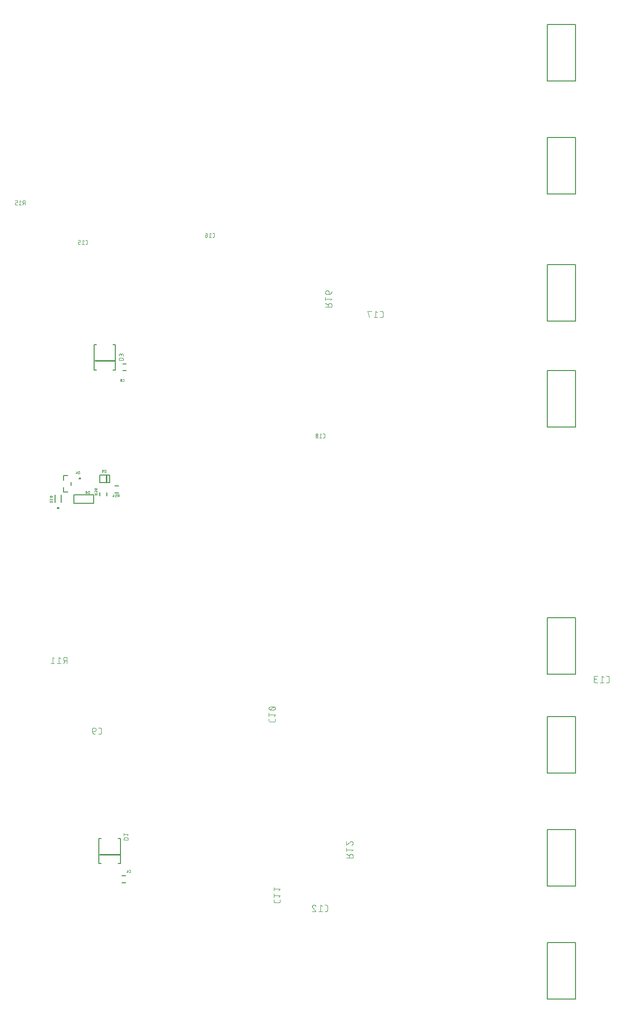
<source format=gbo>
G04 EAGLE Gerber RS-274X export*
G75*
%MOMM*%
%FSLAX34Y34*%
%LPD*%
%INBottom Silkscreen*%
%IPPOS*%
%AMOC8*
5,1,8,0,0,1.08239X$1,22.5*%
G01*
%ADD10C,0.101600*%
%ADD11C,0.050800*%
%ADD12C,0.152400*%
%ADD13C,0.254000*%
%ADD14C,0.200000*%
%ADD15C,0.076200*%
%ADD16C,0.127000*%


D10*
X654558Y682056D02*
X654558Y679459D01*
X654560Y679360D01*
X654566Y679260D01*
X654575Y679161D01*
X654588Y679063D01*
X654605Y678965D01*
X654626Y678867D01*
X654651Y678771D01*
X654679Y678676D01*
X654711Y678582D01*
X654746Y678489D01*
X654785Y678397D01*
X654828Y678307D01*
X654873Y678219D01*
X654923Y678132D01*
X654975Y678048D01*
X655031Y677965D01*
X655089Y677885D01*
X655151Y677807D01*
X655216Y677732D01*
X655284Y677659D01*
X655354Y677589D01*
X655427Y677521D01*
X655502Y677456D01*
X655580Y677394D01*
X655660Y677336D01*
X655743Y677280D01*
X655827Y677228D01*
X655914Y677178D01*
X656002Y677133D01*
X656092Y677090D01*
X656184Y677051D01*
X656277Y677016D01*
X656371Y676984D01*
X656466Y676956D01*
X656562Y676931D01*
X656660Y676910D01*
X656758Y676893D01*
X656856Y676880D01*
X656955Y676871D01*
X657055Y676865D01*
X657154Y676863D01*
X663646Y676863D01*
X663745Y676865D01*
X663845Y676871D01*
X663944Y676880D01*
X664042Y676893D01*
X664140Y676910D01*
X664238Y676931D01*
X664334Y676956D01*
X664429Y676984D01*
X664523Y677016D01*
X664616Y677051D01*
X664708Y677090D01*
X664798Y677133D01*
X664886Y677178D01*
X664973Y677228D01*
X665057Y677280D01*
X665140Y677336D01*
X665220Y677394D01*
X665298Y677456D01*
X665373Y677521D01*
X665446Y677589D01*
X665516Y677659D01*
X665584Y677732D01*
X665649Y677807D01*
X665711Y677885D01*
X665769Y677965D01*
X665825Y678048D01*
X665877Y678132D01*
X665927Y678219D01*
X665972Y678307D01*
X666015Y678397D01*
X666054Y678489D01*
X666089Y678581D01*
X666121Y678676D01*
X666149Y678771D01*
X666174Y678867D01*
X666195Y678965D01*
X666212Y679063D01*
X666225Y679161D01*
X666234Y679260D01*
X666240Y679360D01*
X666242Y679459D01*
X666242Y682056D01*
X663646Y686421D02*
X666242Y689666D01*
X654558Y689666D01*
X654558Y686421D02*
X654558Y692912D01*
X660400Y697851D02*
X660630Y697854D01*
X660860Y697862D01*
X661089Y697876D01*
X661318Y697895D01*
X661547Y697920D01*
X661774Y697950D01*
X662002Y697985D01*
X662228Y698026D01*
X662453Y698072D01*
X662677Y698124D01*
X662899Y698181D01*
X663121Y698243D01*
X663340Y698311D01*
X663558Y698384D01*
X663775Y698462D01*
X663989Y698545D01*
X664201Y698633D01*
X664411Y698726D01*
X664619Y698825D01*
X664619Y698824D02*
X664709Y698857D01*
X664798Y698893D01*
X664886Y698933D01*
X664971Y698977D01*
X665055Y699024D01*
X665137Y699074D01*
X665217Y699128D01*
X665294Y699184D01*
X665370Y699244D01*
X665443Y699307D01*
X665513Y699372D01*
X665581Y699441D01*
X665645Y699512D01*
X665707Y699585D01*
X665766Y699661D01*
X665822Y699739D01*
X665875Y699820D01*
X665924Y699902D01*
X665970Y699986D01*
X666013Y700073D01*
X666052Y700160D01*
X666088Y700250D01*
X666120Y700340D01*
X666148Y700432D01*
X666173Y700525D01*
X666194Y700619D01*
X666211Y700713D01*
X666225Y700808D01*
X666234Y700904D01*
X666240Y701000D01*
X666242Y701096D01*
X666240Y701192D01*
X666234Y701288D01*
X666225Y701384D01*
X666211Y701479D01*
X666194Y701573D01*
X666173Y701667D01*
X666148Y701760D01*
X666120Y701852D01*
X666088Y701942D01*
X666052Y702032D01*
X666013Y702119D01*
X665970Y702206D01*
X665924Y702290D01*
X665875Y702372D01*
X665822Y702453D01*
X665766Y702531D01*
X665707Y702607D01*
X665645Y702680D01*
X665581Y702751D01*
X665513Y702820D01*
X665443Y702885D01*
X665370Y702948D01*
X665294Y703008D01*
X665217Y703064D01*
X665137Y703118D01*
X665055Y703168D01*
X664971Y703215D01*
X664886Y703259D01*
X664798Y703299D01*
X664709Y703335D01*
X664619Y703368D01*
X664619Y703369D02*
X664412Y703468D01*
X664202Y703561D01*
X663989Y703649D01*
X663775Y703732D01*
X663559Y703810D01*
X663341Y703883D01*
X663121Y703951D01*
X662900Y704013D01*
X662677Y704070D01*
X662453Y704122D01*
X662228Y704168D01*
X662002Y704209D01*
X661775Y704244D01*
X661547Y704274D01*
X661318Y704299D01*
X661089Y704318D01*
X660860Y704332D01*
X660630Y704340D01*
X660400Y704343D01*
X660400Y697851D02*
X660170Y697854D01*
X659940Y697862D01*
X659711Y697876D01*
X659482Y697895D01*
X659253Y697920D01*
X659025Y697950D01*
X658798Y697985D01*
X658572Y698026D01*
X658347Y698072D01*
X658123Y698124D01*
X657900Y698181D01*
X657679Y698243D01*
X657459Y698311D01*
X657241Y698384D01*
X657025Y698462D01*
X656811Y698545D01*
X656599Y698633D01*
X656388Y698726D01*
X656181Y698825D01*
X656181Y698824D02*
X656091Y698857D01*
X656002Y698893D01*
X655914Y698934D01*
X655829Y698977D01*
X655745Y699024D01*
X655663Y699074D01*
X655583Y699128D01*
X655506Y699184D01*
X655430Y699244D01*
X655357Y699307D01*
X655287Y699372D01*
X655219Y699441D01*
X655155Y699512D01*
X655093Y699585D01*
X655034Y699661D01*
X654978Y699739D01*
X654925Y699820D01*
X654876Y699902D01*
X654830Y699986D01*
X654787Y700073D01*
X654748Y700160D01*
X654712Y700250D01*
X654680Y700340D01*
X654652Y700432D01*
X654627Y700525D01*
X654606Y700619D01*
X654589Y700713D01*
X654575Y700808D01*
X654566Y700904D01*
X654560Y701000D01*
X654558Y701096D01*
X656181Y703368D02*
X656388Y703467D01*
X656599Y703560D01*
X656811Y703648D01*
X657025Y703731D01*
X657241Y703809D01*
X657459Y703882D01*
X657679Y703950D01*
X657900Y704012D01*
X658123Y704069D01*
X658347Y704121D01*
X658572Y704167D01*
X658798Y704208D01*
X659025Y704243D01*
X659253Y704273D01*
X659482Y704298D01*
X659711Y704317D01*
X659940Y704331D01*
X660170Y704339D01*
X660400Y704342D01*
X656181Y703368D02*
X656091Y703335D01*
X656002Y703299D01*
X655914Y703259D01*
X655829Y703215D01*
X655745Y703168D01*
X655663Y703118D01*
X655583Y703064D01*
X655506Y703008D01*
X655430Y702948D01*
X655357Y702885D01*
X655287Y702820D01*
X655219Y702751D01*
X655155Y702680D01*
X655093Y702607D01*
X655034Y702531D01*
X654978Y702453D01*
X654925Y702372D01*
X654876Y702290D01*
X654830Y702206D01*
X654787Y702119D01*
X654748Y702032D01*
X654712Y701942D01*
X654680Y701852D01*
X654652Y701760D01*
X654627Y701667D01*
X654606Y701573D01*
X654589Y701479D01*
X654575Y701384D01*
X654566Y701288D01*
X654560Y701192D01*
X654558Y701096D01*
X657154Y698500D02*
X663646Y703693D01*
X663448Y356936D02*
X663448Y354339D01*
X663450Y354240D01*
X663456Y354140D01*
X663465Y354041D01*
X663478Y353943D01*
X663495Y353845D01*
X663516Y353747D01*
X663541Y353651D01*
X663569Y353556D01*
X663601Y353462D01*
X663636Y353369D01*
X663675Y353277D01*
X663718Y353187D01*
X663763Y353099D01*
X663813Y353012D01*
X663865Y352928D01*
X663921Y352845D01*
X663979Y352765D01*
X664041Y352687D01*
X664106Y352612D01*
X664174Y352539D01*
X664244Y352469D01*
X664317Y352401D01*
X664392Y352336D01*
X664470Y352274D01*
X664550Y352216D01*
X664633Y352160D01*
X664717Y352108D01*
X664804Y352058D01*
X664892Y352013D01*
X664982Y351970D01*
X665074Y351931D01*
X665167Y351896D01*
X665261Y351864D01*
X665356Y351836D01*
X665452Y351811D01*
X665550Y351790D01*
X665648Y351773D01*
X665746Y351760D01*
X665845Y351751D01*
X665945Y351745D01*
X666044Y351743D01*
X672536Y351743D01*
X672635Y351745D01*
X672735Y351751D01*
X672834Y351760D01*
X672932Y351773D01*
X673030Y351790D01*
X673128Y351811D01*
X673224Y351836D01*
X673319Y351864D01*
X673413Y351896D01*
X673506Y351931D01*
X673598Y351970D01*
X673688Y352013D01*
X673776Y352058D01*
X673863Y352108D01*
X673947Y352160D01*
X674030Y352216D01*
X674110Y352274D01*
X674188Y352336D01*
X674263Y352401D01*
X674336Y352469D01*
X674406Y352539D01*
X674474Y352612D01*
X674539Y352687D01*
X674601Y352765D01*
X674659Y352845D01*
X674715Y352928D01*
X674767Y353012D01*
X674817Y353099D01*
X674862Y353187D01*
X674905Y353277D01*
X674944Y353369D01*
X674979Y353461D01*
X675011Y353556D01*
X675039Y353651D01*
X675064Y353747D01*
X675085Y353845D01*
X675102Y353943D01*
X675115Y354041D01*
X675124Y354140D01*
X675130Y354240D01*
X675132Y354339D01*
X675132Y356936D01*
X672536Y361301D02*
X675132Y364546D01*
X663448Y364546D01*
X663448Y361301D02*
X663448Y367792D01*
X672536Y372731D02*
X675132Y375976D01*
X663448Y375976D01*
X663448Y372731D02*
X663448Y379222D01*
X1261759Y747268D02*
X1264356Y747268D01*
X1264455Y747270D01*
X1264555Y747276D01*
X1264654Y747285D01*
X1264752Y747298D01*
X1264850Y747315D01*
X1264948Y747336D01*
X1265044Y747361D01*
X1265139Y747389D01*
X1265233Y747421D01*
X1265326Y747456D01*
X1265418Y747495D01*
X1265508Y747538D01*
X1265596Y747583D01*
X1265683Y747633D01*
X1265767Y747685D01*
X1265850Y747741D01*
X1265930Y747799D01*
X1266008Y747861D01*
X1266083Y747926D01*
X1266156Y747994D01*
X1266226Y748064D01*
X1266294Y748137D01*
X1266359Y748212D01*
X1266421Y748290D01*
X1266479Y748370D01*
X1266535Y748453D01*
X1266587Y748537D01*
X1266637Y748624D01*
X1266682Y748712D01*
X1266725Y748802D01*
X1266764Y748894D01*
X1266799Y748987D01*
X1266831Y749081D01*
X1266859Y749176D01*
X1266884Y749272D01*
X1266905Y749370D01*
X1266922Y749468D01*
X1266935Y749566D01*
X1266944Y749665D01*
X1266950Y749765D01*
X1266952Y749864D01*
X1266952Y756356D01*
X1266950Y756455D01*
X1266944Y756555D01*
X1266935Y756654D01*
X1266922Y756752D01*
X1266905Y756850D01*
X1266884Y756948D01*
X1266859Y757044D01*
X1266831Y757139D01*
X1266799Y757233D01*
X1266764Y757326D01*
X1266725Y757418D01*
X1266682Y757508D01*
X1266637Y757596D01*
X1266587Y757683D01*
X1266535Y757767D01*
X1266479Y757850D01*
X1266421Y757930D01*
X1266359Y758008D01*
X1266294Y758083D01*
X1266226Y758156D01*
X1266156Y758226D01*
X1266083Y758294D01*
X1266008Y758359D01*
X1265930Y758421D01*
X1265850Y758479D01*
X1265767Y758535D01*
X1265683Y758587D01*
X1265596Y758637D01*
X1265508Y758682D01*
X1265418Y758725D01*
X1265326Y758764D01*
X1265233Y758799D01*
X1265139Y758831D01*
X1265044Y758859D01*
X1264948Y758884D01*
X1264850Y758905D01*
X1264752Y758922D01*
X1264654Y758935D01*
X1264555Y758944D01*
X1264455Y758950D01*
X1264356Y758952D01*
X1261759Y758952D01*
X1257394Y756356D02*
X1254148Y758952D01*
X1254148Y747268D01*
X1250903Y747268D02*
X1257394Y747268D01*
X1245964Y747268D02*
X1242718Y747268D01*
X1242605Y747270D01*
X1242492Y747276D01*
X1242379Y747286D01*
X1242266Y747300D01*
X1242154Y747317D01*
X1242043Y747339D01*
X1241933Y747364D01*
X1241823Y747394D01*
X1241715Y747427D01*
X1241608Y747464D01*
X1241502Y747504D01*
X1241398Y747549D01*
X1241295Y747597D01*
X1241194Y747648D01*
X1241095Y747703D01*
X1240998Y747761D01*
X1240903Y747823D01*
X1240810Y747888D01*
X1240720Y747956D01*
X1240632Y748027D01*
X1240546Y748102D01*
X1240463Y748179D01*
X1240383Y748259D01*
X1240306Y748342D01*
X1240231Y748428D01*
X1240160Y748516D01*
X1240092Y748606D01*
X1240027Y748699D01*
X1239965Y748794D01*
X1239907Y748891D01*
X1239852Y748990D01*
X1239801Y749091D01*
X1239753Y749194D01*
X1239708Y749298D01*
X1239668Y749404D01*
X1239631Y749511D01*
X1239598Y749619D01*
X1239568Y749729D01*
X1239543Y749839D01*
X1239521Y749950D01*
X1239504Y750062D01*
X1239490Y750175D01*
X1239480Y750288D01*
X1239474Y750401D01*
X1239472Y750514D01*
X1239474Y750627D01*
X1239480Y750740D01*
X1239490Y750853D01*
X1239504Y750966D01*
X1239521Y751078D01*
X1239543Y751189D01*
X1239568Y751299D01*
X1239598Y751409D01*
X1239631Y751517D01*
X1239668Y751624D01*
X1239708Y751730D01*
X1239753Y751834D01*
X1239801Y751937D01*
X1239852Y752038D01*
X1239907Y752137D01*
X1239965Y752234D01*
X1240027Y752329D01*
X1240092Y752422D01*
X1240160Y752512D01*
X1240231Y752600D01*
X1240306Y752686D01*
X1240383Y752769D01*
X1240463Y752849D01*
X1240546Y752926D01*
X1240632Y753001D01*
X1240720Y753072D01*
X1240810Y753140D01*
X1240903Y753205D01*
X1240998Y753267D01*
X1241095Y753325D01*
X1241194Y753380D01*
X1241295Y753431D01*
X1241398Y753479D01*
X1241502Y753524D01*
X1241608Y753564D01*
X1241715Y753601D01*
X1241823Y753634D01*
X1241933Y753664D01*
X1242043Y753689D01*
X1242154Y753711D01*
X1242266Y753728D01*
X1242379Y753742D01*
X1242492Y753752D01*
X1242605Y753758D01*
X1242718Y753760D01*
X1242069Y758952D02*
X1245964Y758952D01*
X1242069Y758952D02*
X1241968Y758950D01*
X1241868Y758944D01*
X1241768Y758934D01*
X1241668Y758921D01*
X1241569Y758903D01*
X1241470Y758882D01*
X1241373Y758857D01*
X1241276Y758828D01*
X1241181Y758795D01*
X1241087Y758759D01*
X1240995Y758719D01*
X1240904Y758676D01*
X1240815Y758629D01*
X1240728Y758579D01*
X1240642Y758525D01*
X1240559Y758468D01*
X1240479Y758408D01*
X1240400Y758345D01*
X1240324Y758278D01*
X1240251Y758209D01*
X1240181Y758137D01*
X1240113Y758063D01*
X1240048Y757986D01*
X1239987Y757906D01*
X1239928Y757824D01*
X1239873Y757740D01*
X1239821Y757654D01*
X1239772Y757566D01*
X1239727Y757476D01*
X1239685Y757384D01*
X1239647Y757291D01*
X1239613Y757196D01*
X1239582Y757101D01*
X1239555Y757004D01*
X1239532Y756906D01*
X1239512Y756807D01*
X1239497Y756707D01*
X1239485Y756607D01*
X1239477Y756507D01*
X1239473Y756406D01*
X1239473Y756306D01*
X1239477Y756205D01*
X1239485Y756105D01*
X1239497Y756005D01*
X1239512Y755905D01*
X1239532Y755806D01*
X1239555Y755708D01*
X1239582Y755611D01*
X1239613Y755516D01*
X1239647Y755421D01*
X1239685Y755328D01*
X1239727Y755236D01*
X1239772Y755146D01*
X1239821Y755058D01*
X1239873Y754972D01*
X1239928Y754888D01*
X1239987Y754806D01*
X1240048Y754726D01*
X1240113Y754649D01*
X1240181Y754575D01*
X1240251Y754503D01*
X1240324Y754434D01*
X1240400Y754367D01*
X1240479Y754304D01*
X1240559Y754244D01*
X1240642Y754187D01*
X1240728Y754133D01*
X1240815Y754083D01*
X1240904Y754036D01*
X1240995Y753993D01*
X1241087Y753953D01*
X1241181Y753917D01*
X1241276Y753884D01*
X1241373Y753855D01*
X1241470Y753830D01*
X1241569Y753809D01*
X1241668Y753791D01*
X1241768Y753778D01*
X1241868Y753768D01*
X1241968Y753762D01*
X1242069Y753760D01*
X1242069Y753759D02*
X1244666Y753759D01*
D11*
X554966Y1548384D02*
X553385Y1548384D01*
X554966Y1548384D02*
X555044Y1548386D01*
X555121Y1548392D01*
X555198Y1548401D01*
X555274Y1548414D01*
X555350Y1548431D01*
X555425Y1548452D01*
X555498Y1548476D01*
X555571Y1548504D01*
X555642Y1548536D01*
X555711Y1548571D01*
X555778Y1548609D01*
X555844Y1548650D01*
X555907Y1548695D01*
X555968Y1548743D01*
X556027Y1548793D01*
X556083Y1548847D01*
X556137Y1548903D01*
X556187Y1548962D01*
X556235Y1549023D01*
X556280Y1549086D01*
X556321Y1549152D01*
X556359Y1549219D01*
X556394Y1549288D01*
X556426Y1549359D01*
X556454Y1549432D01*
X556478Y1549505D01*
X556499Y1549580D01*
X556516Y1549656D01*
X556529Y1549732D01*
X556538Y1549809D01*
X556544Y1549886D01*
X556546Y1549964D01*
X556546Y1553916D01*
X556544Y1553994D01*
X556538Y1554071D01*
X556529Y1554148D01*
X556516Y1554224D01*
X556499Y1554300D01*
X556478Y1554375D01*
X556454Y1554448D01*
X556426Y1554521D01*
X556394Y1554592D01*
X556359Y1554661D01*
X556321Y1554728D01*
X556280Y1554794D01*
X556235Y1554857D01*
X556187Y1554918D01*
X556137Y1554977D01*
X556083Y1555033D01*
X556027Y1555087D01*
X555968Y1555137D01*
X555907Y1555185D01*
X555844Y1555230D01*
X555778Y1555271D01*
X555711Y1555309D01*
X555642Y1555344D01*
X555571Y1555376D01*
X555498Y1555404D01*
X555425Y1555428D01*
X555350Y1555449D01*
X555274Y1555466D01*
X555198Y1555479D01*
X555121Y1555488D01*
X555044Y1555494D01*
X554966Y1555496D01*
X553385Y1555496D01*
X550813Y1553916D02*
X548838Y1555496D01*
X548838Y1548384D01*
X550813Y1548384D02*
X546862Y1548384D01*
X543955Y1552335D02*
X541584Y1552335D01*
X541506Y1552333D01*
X541429Y1552327D01*
X541352Y1552318D01*
X541276Y1552305D01*
X541200Y1552288D01*
X541125Y1552267D01*
X541052Y1552243D01*
X540979Y1552215D01*
X540908Y1552183D01*
X540839Y1552148D01*
X540772Y1552110D01*
X540706Y1552069D01*
X540643Y1552024D01*
X540582Y1551976D01*
X540523Y1551926D01*
X540467Y1551872D01*
X540413Y1551816D01*
X540363Y1551757D01*
X540315Y1551696D01*
X540270Y1551633D01*
X540229Y1551567D01*
X540191Y1551500D01*
X540156Y1551431D01*
X540124Y1551360D01*
X540096Y1551287D01*
X540072Y1551214D01*
X540051Y1551139D01*
X540034Y1551063D01*
X540021Y1550987D01*
X540012Y1550910D01*
X540006Y1550833D01*
X540004Y1550755D01*
X540004Y1550360D01*
X540006Y1550273D01*
X540012Y1550185D01*
X540021Y1550098D01*
X540035Y1550012D01*
X540052Y1549926D01*
X540073Y1549842D01*
X540098Y1549758D01*
X540127Y1549675D01*
X540159Y1549594D01*
X540194Y1549514D01*
X540233Y1549436D01*
X540276Y1549359D01*
X540322Y1549285D01*
X540371Y1549213D01*
X540423Y1549143D01*
X540479Y1549075D01*
X540537Y1549010D01*
X540598Y1548947D01*
X540662Y1548888D01*
X540729Y1548831D01*
X540797Y1548777D01*
X540869Y1548726D01*
X540942Y1548679D01*
X541017Y1548634D01*
X541095Y1548593D01*
X541174Y1548556D01*
X541254Y1548522D01*
X541336Y1548492D01*
X541419Y1548465D01*
X541504Y1548442D01*
X541589Y1548423D01*
X541675Y1548408D01*
X541762Y1548396D01*
X541849Y1548388D01*
X541936Y1548384D01*
X542024Y1548384D01*
X542111Y1548388D01*
X542198Y1548396D01*
X542285Y1548408D01*
X542371Y1548423D01*
X542456Y1548442D01*
X542541Y1548465D01*
X542624Y1548492D01*
X542706Y1548522D01*
X542786Y1548556D01*
X542865Y1548593D01*
X542943Y1548634D01*
X543018Y1548679D01*
X543091Y1548726D01*
X543163Y1548777D01*
X543231Y1548831D01*
X543298Y1548888D01*
X543362Y1548947D01*
X543423Y1549010D01*
X543481Y1549075D01*
X543537Y1549143D01*
X543589Y1549213D01*
X543638Y1549285D01*
X543684Y1549359D01*
X543727Y1549436D01*
X543766Y1549514D01*
X543801Y1549594D01*
X543833Y1549675D01*
X543862Y1549758D01*
X543887Y1549842D01*
X543908Y1549926D01*
X543925Y1550012D01*
X543939Y1550098D01*
X543948Y1550185D01*
X543954Y1550273D01*
X543956Y1550360D01*
X543955Y1550360D02*
X543955Y1552335D01*
X543953Y1552445D01*
X543947Y1552556D01*
X543938Y1552665D01*
X543924Y1552775D01*
X543907Y1552884D01*
X543886Y1552992D01*
X543861Y1553100D01*
X543833Y1553206D01*
X543800Y1553312D01*
X543764Y1553416D01*
X543725Y1553519D01*
X543682Y1553621D01*
X543635Y1553721D01*
X543585Y1553819D01*
X543532Y1553916D01*
X543475Y1554010D01*
X543415Y1554103D01*
X543351Y1554193D01*
X543285Y1554281D01*
X543215Y1554367D01*
X543143Y1554450D01*
X543068Y1554531D01*
X542990Y1554609D01*
X542909Y1554684D01*
X542826Y1554756D01*
X542740Y1554826D01*
X542652Y1554892D01*
X542562Y1554956D01*
X542469Y1555016D01*
X542375Y1555073D01*
X542278Y1555126D01*
X542180Y1555176D01*
X542080Y1555223D01*
X541978Y1555266D01*
X541875Y1555305D01*
X541771Y1555341D01*
X541665Y1555374D01*
X541559Y1555402D01*
X541451Y1555427D01*
X541343Y1555448D01*
X541234Y1555465D01*
X541124Y1555479D01*
X541015Y1555488D01*
X540904Y1555494D01*
X540794Y1555496D01*
D12*
X396700Y387700D02*
X390700Y387700D01*
X390700Y399700D02*
X396700Y399700D01*
D11*
X403367Y406019D02*
X404383Y406019D01*
X404444Y406021D01*
X404505Y406026D01*
X404566Y406036D01*
X404626Y406049D01*
X404685Y406065D01*
X404743Y406085D01*
X404800Y406109D01*
X404855Y406135D01*
X404909Y406166D01*
X404960Y406199D01*
X405010Y406235D01*
X405057Y406275D01*
X405101Y406317D01*
X405143Y406361D01*
X405183Y406408D01*
X405219Y406458D01*
X405252Y406509D01*
X405283Y406563D01*
X405309Y406618D01*
X405333Y406675D01*
X405353Y406733D01*
X405369Y406792D01*
X405382Y406852D01*
X405392Y406913D01*
X405397Y406974D01*
X405399Y407035D01*
X405399Y409575D01*
X405397Y409636D01*
X405392Y409697D01*
X405382Y409758D01*
X405369Y409818D01*
X405353Y409877D01*
X405333Y409935D01*
X405309Y409992D01*
X405283Y410047D01*
X405252Y410101D01*
X405219Y410152D01*
X405183Y410202D01*
X405143Y410249D01*
X405101Y410293D01*
X405057Y410335D01*
X405010Y410375D01*
X404960Y410411D01*
X404909Y410444D01*
X404855Y410475D01*
X404800Y410501D01*
X404743Y410525D01*
X404685Y410545D01*
X404626Y410561D01*
X404566Y410574D01*
X404505Y410584D01*
X404444Y410589D01*
X404383Y410591D01*
X403367Y410591D01*
X400558Y410591D02*
X401574Y407035D01*
X399034Y407035D01*
X399796Y408051D02*
X399796Y406019D01*
D12*
X397970Y1308450D02*
X391970Y1308450D01*
X391970Y1320450D02*
X397970Y1320450D01*
D11*
X392953Y1288669D02*
X391937Y1288669D01*
X392953Y1288669D02*
X393014Y1288671D01*
X393075Y1288676D01*
X393136Y1288686D01*
X393196Y1288699D01*
X393255Y1288715D01*
X393313Y1288735D01*
X393370Y1288759D01*
X393425Y1288785D01*
X393479Y1288816D01*
X393530Y1288849D01*
X393580Y1288885D01*
X393627Y1288925D01*
X393671Y1288967D01*
X393713Y1289011D01*
X393753Y1289058D01*
X393789Y1289108D01*
X393822Y1289159D01*
X393853Y1289213D01*
X393879Y1289268D01*
X393903Y1289325D01*
X393923Y1289383D01*
X393939Y1289442D01*
X393952Y1289502D01*
X393962Y1289563D01*
X393967Y1289624D01*
X393969Y1289685D01*
X393969Y1292225D01*
X393967Y1292286D01*
X393962Y1292347D01*
X393952Y1292408D01*
X393939Y1292468D01*
X393923Y1292527D01*
X393903Y1292585D01*
X393879Y1292642D01*
X393853Y1292697D01*
X393822Y1292751D01*
X393789Y1292802D01*
X393753Y1292852D01*
X393713Y1292899D01*
X393671Y1292943D01*
X393627Y1292985D01*
X393580Y1293025D01*
X393530Y1293061D01*
X393479Y1293094D01*
X393425Y1293125D01*
X393370Y1293151D01*
X393313Y1293175D01*
X393255Y1293195D01*
X393196Y1293211D01*
X393136Y1293224D01*
X393075Y1293234D01*
X393014Y1293239D01*
X392953Y1293241D01*
X391937Y1293241D01*
X390144Y1289939D02*
X390142Y1290009D01*
X390136Y1290079D01*
X390127Y1290148D01*
X390113Y1290217D01*
X390096Y1290285D01*
X390075Y1290351D01*
X390051Y1290417D01*
X390023Y1290481D01*
X389991Y1290543D01*
X389956Y1290604D01*
X389918Y1290663D01*
X389876Y1290719D01*
X389832Y1290773D01*
X389784Y1290825D01*
X389734Y1290873D01*
X389681Y1290919D01*
X389626Y1290962D01*
X389569Y1291002D01*
X389509Y1291039D01*
X389447Y1291072D01*
X389384Y1291102D01*
X389319Y1291128D01*
X389253Y1291151D01*
X389186Y1291170D01*
X389117Y1291185D01*
X389048Y1291197D01*
X388979Y1291205D01*
X388909Y1291209D01*
X388839Y1291209D01*
X388769Y1291205D01*
X388700Y1291197D01*
X388631Y1291185D01*
X388562Y1291170D01*
X388495Y1291151D01*
X388429Y1291128D01*
X388364Y1291102D01*
X388301Y1291072D01*
X388239Y1291039D01*
X388179Y1291002D01*
X388122Y1290962D01*
X388067Y1290919D01*
X388014Y1290873D01*
X387964Y1290825D01*
X387916Y1290773D01*
X387872Y1290719D01*
X387830Y1290663D01*
X387792Y1290604D01*
X387757Y1290543D01*
X387725Y1290481D01*
X387697Y1290417D01*
X387673Y1290351D01*
X387652Y1290285D01*
X387635Y1290217D01*
X387621Y1290148D01*
X387612Y1290079D01*
X387606Y1290009D01*
X387604Y1289939D01*
X387606Y1289869D01*
X387612Y1289799D01*
X387621Y1289730D01*
X387635Y1289661D01*
X387652Y1289593D01*
X387673Y1289527D01*
X387697Y1289461D01*
X387725Y1289397D01*
X387757Y1289335D01*
X387792Y1289274D01*
X387830Y1289215D01*
X387872Y1289159D01*
X387916Y1289105D01*
X387964Y1289053D01*
X388014Y1289005D01*
X388067Y1288959D01*
X388122Y1288916D01*
X388179Y1288876D01*
X388239Y1288839D01*
X388301Y1288806D01*
X388364Y1288776D01*
X388429Y1288750D01*
X388495Y1288727D01*
X388562Y1288708D01*
X388631Y1288693D01*
X388700Y1288681D01*
X388769Y1288673D01*
X388839Y1288669D01*
X388909Y1288669D01*
X388979Y1288673D01*
X389048Y1288681D01*
X389117Y1288693D01*
X389186Y1288708D01*
X389253Y1288727D01*
X389319Y1288750D01*
X389384Y1288776D01*
X389447Y1288806D01*
X389509Y1288839D01*
X389569Y1288876D01*
X389626Y1288916D01*
X389681Y1288959D01*
X389734Y1289005D01*
X389784Y1289053D01*
X389832Y1289105D01*
X389876Y1289159D01*
X389918Y1289215D01*
X389956Y1289274D01*
X389991Y1289335D01*
X390023Y1289397D01*
X390051Y1289461D01*
X390075Y1289527D01*
X390096Y1289593D01*
X390113Y1289661D01*
X390127Y1289730D01*
X390136Y1289799D01*
X390142Y1289869D01*
X390144Y1289939D01*
X389890Y1292225D02*
X389888Y1292288D01*
X389882Y1292350D01*
X389873Y1292412D01*
X389859Y1292473D01*
X389842Y1292533D01*
X389821Y1292592D01*
X389797Y1292650D01*
X389769Y1292706D01*
X389738Y1292760D01*
X389703Y1292812D01*
X389666Y1292862D01*
X389625Y1292909D01*
X389581Y1292954D01*
X389535Y1292997D01*
X389486Y1293036D01*
X389435Y1293072D01*
X389382Y1293105D01*
X389327Y1293134D01*
X389270Y1293161D01*
X389212Y1293183D01*
X389152Y1293202D01*
X389091Y1293217D01*
X389030Y1293229D01*
X388968Y1293237D01*
X388905Y1293241D01*
X388843Y1293241D01*
X388780Y1293237D01*
X388718Y1293229D01*
X388657Y1293217D01*
X388596Y1293202D01*
X388536Y1293183D01*
X388478Y1293161D01*
X388421Y1293134D01*
X388366Y1293105D01*
X388313Y1293072D01*
X388262Y1293036D01*
X388213Y1292997D01*
X388167Y1292954D01*
X388123Y1292909D01*
X388082Y1292862D01*
X388045Y1292812D01*
X388010Y1292760D01*
X387979Y1292706D01*
X387951Y1292650D01*
X387927Y1292592D01*
X387906Y1292533D01*
X387889Y1292473D01*
X387875Y1292412D01*
X387866Y1292350D01*
X387860Y1292288D01*
X387858Y1292225D01*
X387860Y1292162D01*
X387866Y1292100D01*
X387875Y1292038D01*
X387889Y1291977D01*
X387906Y1291917D01*
X387927Y1291858D01*
X387951Y1291800D01*
X387979Y1291744D01*
X388010Y1291690D01*
X388045Y1291638D01*
X388082Y1291588D01*
X388123Y1291541D01*
X388167Y1291496D01*
X388213Y1291453D01*
X388262Y1291414D01*
X388313Y1291378D01*
X388366Y1291345D01*
X388421Y1291316D01*
X388478Y1291289D01*
X388536Y1291267D01*
X388596Y1291248D01*
X388657Y1291233D01*
X388718Y1291221D01*
X388780Y1291213D01*
X388843Y1291209D01*
X388905Y1291209D01*
X388968Y1291213D01*
X389030Y1291221D01*
X389091Y1291233D01*
X389152Y1291248D01*
X389212Y1291267D01*
X389270Y1291289D01*
X389327Y1291316D01*
X389382Y1291345D01*
X389435Y1291378D01*
X389486Y1291414D01*
X389535Y1291453D01*
X389581Y1291496D01*
X389625Y1291541D01*
X389666Y1291588D01*
X389703Y1291638D01*
X389738Y1291690D01*
X389769Y1291744D01*
X389797Y1291800D01*
X389821Y1291858D01*
X389842Y1291917D01*
X389859Y1291977D01*
X389873Y1292038D01*
X389882Y1292100D01*
X389888Y1292162D01*
X389890Y1292225D01*
D10*
X350511Y654558D02*
X347914Y654558D01*
X350511Y654558D02*
X350610Y654560D01*
X350710Y654566D01*
X350809Y654575D01*
X350907Y654588D01*
X351005Y654605D01*
X351103Y654626D01*
X351199Y654651D01*
X351294Y654679D01*
X351388Y654711D01*
X351481Y654746D01*
X351573Y654785D01*
X351663Y654828D01*
X351751Y654873D01*
X351838Y654923D01*
X351922Y654975D01*
X352005Y655031D01*
X352085Y655089D01*
X352163Y655151D01*
X352238Y655216D01*
X352311Y655284D01*
X352381Y655354D01*
X352449Y655427D01*
X352514Y655502D01*
X352576Y655580D01*
X352634Y655660D01*
X352690Y655743D01*
X352742Y655827D01*
X352792Y655914D01*
X352837Y656002D01*
X352880Y656092D01*
X352919Y656184D01*
X352954Y656277D01*
X352986Y656371D01*
X353014Y656466D01*
X353039Y656562D01*
X353060Y656660D01*
X353077Y656758D01*
X353090Y656856D01*
X353099Y656955D01*
X353105Y657055D01*
X353107Y657154D01*
X353107Y663646D01*
X353105Y663745D01*
X353099Y663845D01*
X353090Y663944D01*
X353077Y664042D01*
X353060Y664140D01*
X353039Y664238D01*
X353014Y664334D01*
X352986Y664429D01*
X352954Y664523D01*
X352919Y664616D01*
X352880Y664708D01*
X352837Y664798D01*
X352792Y664886D01*
X352742Y664973D01*
X352690Y665057D01*
X352634Y665140D01*
X352576Y665220D01*
X352514Y665298D01*
X352449Y665373D01*
X352381Y665446D01*
X352311Y665516D01*
X352238Y665584D01*
X352163Y665649D01*
X352085Y665711D01*
X352005Y665769D01*
X351922Y665825D01*
X351838Y665877D01*
X351751Y665927D01*
X351663Y665972D01*
X351573Y666015D01*
X351481Y666054D01*
X351388Y666089D01*
X351294Y666121D01*
X351199Y666149D01*
X351103Y666174D01*
X351005Y666195D01*
X350907Y666212D01*
X350809Y666225D01*
X350710Y666234D01*
X350610Y666240D01*
X350511Y666242D01*
X347914Y666242D01*
X340953Y659751D02*
X337058Y659751D01*
X340953Y659751D02*
X341052Y659753D01*
X341152Y659759D01*
X341251Y659768D01*
X341349Y659781D01*
X341447Y659798D01*
X341545Y659819D01*
X341641Y659844D01*
X341736Y659872D01*
X341830Y659904D01*
X341923Y659939D01*
X342015Y659978D01*
X342105Y660021D01*
X342193Y660066D01*
X342280Y660116D01*
X342364Y660168D01*
X342447Y660224D01*
X342527Y660282D01*
X342605Y660344D01*
X342680Y660409D01*
X342753Y660477D01*
X342823Y660547D01*
X342891Y660620D01*
X342956Y660695D01*
X343018Y660773D01*
X343076Y660853D01*
X343132Y660936D01*
X343184Y661020D01*
X343234Y661107D01*
X343279Y661195D01*
X343322Y661285D01*
X343361Y661377D01*
X343396Y661470D01*
X343428Y661564D01*
X343456Y661659D01*
X343481Y661755D01*
X343502Y661853D01*
X343519Y661951D01*
X343532Y662049D01*
X343541Y662148D01*
X343547Y662248D01*
X343549Y662347D01*
X343549Y662996D01*
X343550Y662996D02*
X343548Y663109D01*
X343542Y663222D01*
X343532Y663335D01*
X343518Y663448D01*
X343501Y663560D01*
X343479Y663671D01*
X343454Y663781D01*
X343424Y663891D01*
X343391Y663999D01*
X343354Y664106D01*
X343314Y664212D01*
X343269Y664316D01*
X343221Y664419D01*
X343170Y664520D01*
X343115Y664619D01*
X343057Y664716D01*
X342995Y664811D01*
X342930Y664904D01*
X342862Y664994D01*
X342791Y665082D01*
X342716Y665168D01*
X342639Y665251D01*
X342559Y665331D01*
X342476Y665408D01*
X342390Y665483D01*
X342302Y665554D01*
X342212Y665622D01*
X342119Y665687D01*
X342024Y665749D01*
X341927Y665807D01*
X341828Y665862D01*
X341727Y665913D01*
X341624Y665961D01*
X341520Y666006D01*
X341414Y666046D01*
X341307Y666083D01*
X341199Y666116D01*
X341089Y666146D01*
X340979Y666171D01*
X340868Y666193D01*
X340756Y666210D01*
X340643Y666224D01*
X340530Y666234D01*
X340417Y666240D01*
X340304Y666242D01*
X340191Y666240D01*
X340078Y666234D01*
X339965Y666224D01*
X339852Y666210D01*
X339740Y666193D01*
X339629Y666171D01*
X339519Y666146D01*
X339409Y666116D01*
X339301Y666083D01*
X339194Y666046D01*
X339088Y666006D01*
X338984Y665961D01*
X338881Y665913D01*
X338780Y665862D01*
X338681Y665807D01*
X338584Y665749D01*
X338489Y665687D01*
X338396Y665622D01*
X338306Y665554D01*
X338218Y665483D01*
X338132Y665408D01*
X338049Y665331D01*
X337969Y665251D01*
X337892Y665168D01*
X337817Y665082D01*
X337746Y664994D01*
X337678Y664904D01*
X337613Y664811D01*
X337551Y664716D01*
X337493Y664619D01*
X337438Y664520D01*
X337387Y664419D01*
X337339Y664316D01*
X337294Y664212D01*
X337254Y664106D01*
X337217Y663999D01*
X337184Y663891D01*
X337154Y663781D01*
X337129Y663671D01*
X337107Y663560D01*
X337090Y663448D01*
X337076Y663335D01*
X337066Y663222D01*
X337060Y663109D01*
X337058Y662996D01*
X337058Y659751D01*
X337060Y659608D01*
X337066Y659465D01*
X337076Y659322D01*
X337090Y659180D01*
X337107Y659038D01*
X337129Y658896D01*
X337154Y658755D01*
X337184Y658615D01*
X337217Y658476D01*
X337254Y658338D01*
X337295Y658201D01*
X337339Y658065D01*
X337388Y657930D01*
X337440Y657797D01*
X337495Y657665D01*
X337555Y657535D01*
X337618Y657406D01*
X337684Y657279D01*
X337754Y657155D01*
X337827Y657032D01*
X337904Y656911D01*
X337984Y656792D01*
X338067Y656676D01*
X338153Y656561D01*
X338242Y656450D01*
X338335Y656340D01*
X338430Y656234D01*
X338529Y656130D01*
X338630Y656029D01*
X338734Y655930D01*
X338840Y655835D01*
X338950Y655742D01*
X339061Y655653D01*
X339176Y655567D01*
X339292Y655484D01*
X339411Y655404D01*
X339532Y655327D01*
X339654Y655254D01*
X339779Y655184D01*
X339906Y655118D01*
X340035Y655055D01*
X340165Y654995D01*
X340297Y654940D01*
X340430Y654888D01*
X340565Y654839D01*
X340701Y654795D01*
X340838Y654754D01*
X340976Y654717D01*
X341115Y654684D01*
X341255Y654654D01*
X341396Y654629D01*
X341538Y654607D01*
X341680Y654590D01*
X341822Y654576D01*
X341965Y654566D01*
X342108Y654560D01*
X342251Y654558D01*
D13*
X350800Y438150D02*
X385800Y438150D01*
D14*
X387400Y421900D02*
X387400Y467100D01*
X387400Y421900D02*
X383300Y421900D01*
X383300Y467100D02*
X387400Y467100D01*
X349200Y467100D02*
X349200Y421900D01*
X349200Y467100D02*
X353300Y467100D01*
X353300Y421900D02*
X349200Y421900D01*
D15*
X394081Y464674D02*
X401447Y464674D01*
X401447Y466720D01*
X401445Y466809D01*
X401439Y466898D01*
X401429Y466987D01*
X401416Y467075D01*
X401399Y467163D01*
X401377Y467250D01*
X401352Y467335D01*
X401324Y467420D01*
X401291Y467503D01*
X401255Y467585D01*
X401216Y467665D01*
X401173Y467743D01*
X401127Y467819D01*
X401077Y467894D01*
X401024Y467966D01*
X400968Y468035D01*
X400909Y468102D01*
X400848Y468167D01*
X400783Y468228D01*
X400716Y468287D01*
X400647Y468343D01*
X400575Y468396D01*
X400500Y468446D01*
X400424Y468492D01*
X400346Y468535D01*
X400266Y468574D01*
X400184Y468610D01*
X400101Y468643D01*
X400016Y468671D01*
X399931Y468696D01*
X399844Y468718D01*
X399756Y468735D01*
X399668Y468748D01*
X399579Y468758D01*
X399490Y468764D01*
X399401Y468766D01*
X399401Y468767D02*
X396127Y468767D01*
X396127Y468766D02*
X396038Y468764D01*
X395949Y468758D01*
X395860Y468748D01*
X395772Y468735D01*
X395684Y468718D01*
X395597Y468696D01*
X395512Y468671D01*
X395427Y468643D01*
X395344Y468610D01*
X395262Y468574D01*
X395182Y468535D01*
X395104Y468492D01*
X395028Y468446D01*
X394953Y468396D01*
X394881Y468343D01*
X394812Y468287D01*
X394745Y468228D01*
X394680Y468167D01*
X394619Y468102D01*
X394560Y468035D01*
X394504Y467966D01*
X394451Y467894D01*
X394401Y467819D01*
X394355Y467743D01*
X394312Y467665D01*
X394273Y467585D01*
X394237Y467503D01*
X394204Y467420D01*
X394176Y467335D01*
X394151Y467250D01*
X394129Y467163D01*
X394112Y467075D01*
X394099Y466987D01*
X394089Y466898D01*
X394083Y466809D01*
X394081Y466720D01*
X394081Y464674D01*
X399810Y472233D02*
X401447Y474280D01*
X394081Y474280D01*
X394081Y476326D02*
X394081Y472233D01*
D16*
X280790Y1071730D02*
X280790Y1084730D01*
X270390Y1084730D02*
X270390Y1071730D01*
D14*
X274590Y1061230D02*
X274592Y1061293D01*
X274598Y1061355D01*
X274608Y1061417D01*
X274621Y1061479D01*
X274639Y1061539D01*
X274660Y1061598D01*
X274685Y1061656D01*
X274714Y1061712D01*
X274746Y1061766D01*
X274781Y1061818D01*
X274819Y1061867D01*
X274861Y1061915D01*
X274905Y1061959D01*
X274953Y1062001D01*
X275002Y1062039D01*
X275054Y1062074D01*
X275108Y1062106D01*
X275164Y1062135D01*
X275222Y1062160D01*
X275281Y1062181D01*
X275341Y1062199D01*
X275403Y1062212D01*
X275465Y1062222D01*
X275527Y1062228D01*
X275590Y1062230D01*
X275653Y1062228D01*
X275715Y1062222D01*
X275777Y1062212D01*
X275839Y1062199D01*
X275899Y1062181D01*
X275958Y1062160D01*
X276016Y1062135D01*
X276072Y1062106D01*
X276126Y1062074D01*
X276178Y1062039D01*
X276227Y1062001D01*
X276275Y1061959D01*
X276319Y1061915D01*
X276361Y1061867D01*
X276399Y1061818D01*
X276434Y1061766D01*
X276466Y1061712D01*
X276495Y1061656D01*
X276520Y1061598D01*
X276541Y1061539D01*
X276559Y1061479D01*
X276572Y1061417D01*
X276582Y1061355D01*
X276588Y1061293D01*
X276590Y1061230D01*
X276588Y1061167D01*
X276582Y1061105D01*
X276572Y1061043D01*
X276559Y1060981D01*
X276541Y1060921D01*
X276520Y1060862D01*
X276495Y1060804D01*
X276466Y1060748D01*
X276434Y1060694D01*
X276399Y1060642D01*
X276361Y1060593D01*
X276319Y1060545D01*
X276275Y1060501D01*
X276227Y1060459D01*
X276178Y1060421D01*
X276126Y1060386D01*
X276072Y1060354D01*
X276016Y1060325D01*
X275958Y1060300D01*
X275899Y1060279D01*
X275839Y1060261D01*
X275777Y1060248D01*
X275715Y1060238D01*
X275653Y1060232D01*
X275590Y1060230D01*
X275527Y1060232D01*
X275465Y1060238D01*
X275403Y1060248D01*
X275341Y1060261D01*
X275281Y1060279D01*
X275222Y1060300D01*
X275164Y1060325D01*
X275108Y1060354D01*
X275054Y1060386D01*
X275002Y1060421D01*
X274953Y1060459D01*
X274905Y1060501D01*
X274861Y1060545D01*
X274819Y1060593D01*
X274781Y1060642D01*
X274746Y1060694D01*
X274714Y1060748D01*
X274685Y1060804D01*
X274660Y1060862D01*
X274639Y1060921D01*
X274621Y1060981D01*
X274608Y1061043D01*
X274598Y1061105D01*
X274592Y1061167D01*
X274590Y1061230D01*
D11*
X265016Y1071184D02*
X260444Y1071184D01*
X265016Y1071184D02*
X265016Y1072454D01*
X265014Y1072523D01*
X265009Y1072591D01*
X264999Y1072659D01*
X264986Y1072727D01*
X264970Y1072794D01*
X264950Y1072860D01*
X264926Y1072924D01*
X264899Y1072987D01*
X264868Y1073049D01*
X264834Y1073109D01*
X264797Y1073167D01*
X264757Y1073223D01*
X264714Y1073276D01*
X264668Y1073327D01*
X264619Y1073376D01*
X264568Y1073422D01*
X264515Y1073465D01*
X264459Y1073505D01*
X264401Y1073542D01*
X264341Y1073576D01*
X264279Y1073607D01*
X264216Y1073634D01*
X264152Y1073658D01*
X264086Y1073678D01*
X264019Y1073694D01*
X263951Y1073707D01*
X263883Y1073717D01*
X263815Y1073722D01*
X263746Y1073724D01*
X261714Y1073724D01*
X261645Y1073722D01*
X261577Y1073717D01*
X261509Y1073707D01*
X261441Y1073694D01*
X261374Y1073678D01*
X261308Y1073658D01*
X261244Y1073634D01*
X261181Y1073607D01*
X261119Y1073576D01*
X261059Y1073542D01*
X261001Y1073505D01*
X260945Y1073465D01*
X260892Y1073422D01*
X260841Y1073376D01*
X260792Y1073327D01*
X260746Y1073276D01*
X260703Y1073223D01*
X260663Y1073167D01*
X260626Y1073109D01*
X260592Y1073049D01*
X260561Y1072987D01*
X260534Y1072924D01*
X260510Y1072860D01*
X260490Y1072794D01*
X260474Y1072727D01*
X260461Y1072659D01*
X260451Y1072591D01*
X260446Y1072523D01*
X260444Y1072454D01*
X260444Y1071184D01*
X264000Y1075908D02*
X265016Y1077178D01*
X260444Y1077178D01*
X260444Y1075908D02*
X260444Y1078448D01*
X262730Y1080480D02*
X262852Y1080482D01*
X262974Y1080488D01*
X263096Y1080498D01*
X263217Y1080512D01*
X263338Y1080529D01*
X263458Y1080551D01*
X263577Y1080576D01*
X263696Y1080606D01*
X263813Y1080639D01*
X263930Y1080676D01*
X264045Y1080717D01*
X264158Y1080761D01*
X264271Y1080809D01*
X264381Y1080861D01*
X264435Y1080881D01*
X264489Y1080905D01*
X264540Y1080933D01*
X264590Y1080963D01*
X264638Y1080996D01*
X264683Y1081033D01*
X264727Y1081072D01*
X264767Y1081113D01*
X264806Y1081157D01*
X264841Y1081204D01*
X264873Y1081252D01*
X264903Y1081302D01*
X264929Y1081355D01*
X264952Y1081408D01*
X264971Y1081463D01*
X264987Y1081519D01*
X265000Y1081576D01*
X265009Y1081634D01*
X265014Y1081692D01*
X265016Y1081750D01*
X265014Y1081808D01*
X265009Y1081866D01*
X265000Y1081924D01*
X264987Y1081981D01*
X264971Y1082037D01*
X264952Y1082092D01*
X264929Y1082145D01*
X264903Y1082198D01*
X264873Y1082248D01*
X264841Y1082296D01*
X264806Y1082343D01*
X264767Y1082387D01*
X264727Y1082428D01*
X264683Y1082467D01*
X264638Y1082504D01*
X264590Y1082537D01*
X264540Y1082567D01*
X264489Y1082595D01*
X264435Y1082619D01*
X264381Y1082639D01*
X264381Y1082640D02*
X264271Y1082692D01*
X264158Y1082740D01*
X264045Y1082784D01*
X263930Y1082825D01*
X263813Y1082862D01*
X263696Y1082895D01*
X263577Y1082925D01*
X263458Y1082950D01*
X263338Y1082972D01*
X263217Y1082989D01*
X263096Y1083003D01*
X262974Y1083013D01*
X262852Y1083019D01*
X262730Y1083021D01*
X262730Y1080480D02*
X262608Y1080482D01*
X262486Y1080488D01*
X262364Y1080498D01*
X262243Y1080512D01*
X262122Y1080529D01*
X262002Y1080551D01*
X261883Y1080576D01*
X261764Y1080606D01*
X261647Y1080639D01*
X261530Y1080676D01*
X261415Y1080717D01*
X261302Y1080761D01*
X261189Y1080809D01*
X261079Y1080861D01*
X261025Y1080881D01*
X260971Y1080905D01*
X260920Y1080933D01*
X260870Y1080963D01*
X260822Y1080996D01*
X260777Y1081033D01*
X260733Y1081072D01*
X260693Y1081113D01*
X260654Y1081157D01*
X260619Y1081204D01*
X260587Y1081252D01*
X260557Y1081302D01*
X260531Y1081355D01*
X260508Y1081408D01*
X260489Y1081463D01*
X260473Y1081519D01*
X260460Y1081576D01*
X260451Y1081634D01*
X260446Y1081692D01*
X260444Y1081750D01*
X261079Y1082640D02*
X261189Y1082692D01*
X261302Y1082740D01*
X261415Y1082784D01*
X261530Y1082825D01*
X261647Y1082862D01*
X261764Y1082895D01*
X261883Y1082925D01*
X262002Y1082950D01*
X262122Y1082972D01*
X262243Y1082989D01*
X262364Y1083003D01*
X262486Y1083013D01*
X262608Y1083019D01*
X262730Y1083021D01*
X261079Y1082639D02*
X261025Y1082619D01*
X260971Y1082595D01*
X260920Y1082567D01*
X260870Y1082537D01*
X260822Y1082504D01*
X260777Y1082467D01*
X260733Y1082428D01*
X260693Y1082387D01*
X260654Y1082343D01*
X260619Y1082296D01*
X260587Y1082248D01*
X260557Y1082198D01*
X260531Y1082145D01*
X260508Y1082092D01*
X260489Y1082037D01*
X260473Y1081981D01*
X260460Y1081924D01*
X260451Y1081866D01*
X260446Y1081808D01*
X260444Y1081750D01*
X261460Y1080734D02*
X264000Y1082766D01*
D16*
X1155700Y1397000D02*
X1206500Y1397000D01*
X1155700Y1397000D02*
X1155700Y1498600D01*
X1206500Y1498600D01*
X1206500Y1397000D01*
X1206500Y1625600D02*
X1155700Y1625600D01*
X1155700Y1727200D01*
X1206500Y1727200D01*
X1206500Y1625600D01*
X1206500Y1828800D02*
X1155700Y1828800D01*
X1155700Y1930400D01*
X1206500Y1930400D01*
X1206500Y1828800D01*
D13*
X376910Y1325880D02*
X341910Y1325880D01*
D14*
X378510Y1309630D02*
X378510Y1354830D01*
X378510Y1309630D02*
X374410Y1309630D01*
X374410Y1354830D02*
X378510Y1354830D01*
X340310Y1354830D02*
X340310Y1309630D01*
X340310Y1354830D02*
X344410Y1354830D01*
X344410Y1309630D02*
X340310Y1309630D01*
D15*
X385191Y1327004D02*
X392557Y1327004D01*
X392557Y1329050D01*
X392555Y1329139D01*
X392549Y1329228D01*
X392539Y1329317D01*
X392526Y1329405D01*
X392509Y1329493D01*
X392487Y1329580D01*
X392462Y1329665D01*
X392434Y1329750D01*
X392401Y1329833D01*
X392365Y1329915D01*
X392326Y1329995D01*
X392283Y1330073D01*
X392237Y1330149D01*
X392187Y1330224D01*
X392134Y1330296D01*
X392078Y1330365D01*
X392019Y1330432D01*
X391958Y1330497D01*
X391893Y1330558D01*
X391826Y1330617D01*
X391757Y1330673D01*
X391685Y1330726D01*
X391610Y1330776D01*
X391534Y1330822D01*
X391456Y1330865D01*
X391376Y1330904D01*
X391294Y1330940D01*
X391211Y1330973D01*
X391126Y1331001D01*
X391041Y1331026D01*
X390954Y1331048D01*
X390866Y1331065D01*
X390778Y1331078D01*
X390689Y1331088D01*
X390600Y1331094D01*
X390511Y1331096D01*
X390511Y1331097D02*
X387237Y1331097D01*
X387237Y1331096D02*
X387148Y1331094D01*
X387059Y1331088D01*
X386970Y1331078D01*
X386882Y1331065D01*
X386794Y1331048D01*
X386707Y1331026D01*
X386622Y1331001D01*
X386537Y1330973D01*
X386454Y1330940D01*
X386372Y1330904D01*
X386292Y1330865D01*
X386214Y1330822D01*
X386138Y1330776D01*
X386063Y1330726D01*
X385991Y1330673D01*
X385922Y1330617D01*
X385855Y1330558D01*
X385790Y1330497D01*
X385729Y1330432D01*
X385670Y1330365D01*
X385614Y1330296D01*
X385561Y1330224D01*
X385511Y1330149D01*
X385465Y1330073D01*
X385422Y1329995D01*
X385383Y1329915D01*
X385347Y1329833D01*
X385314Y1329750D01*
X385286Y1329665D01*
X385261Y1329580D01*
X385239Y1329493D01*
X385222Y1329405D01*
X385209Y1329317D01*
X385199Y1329228D01*
X385193Y1329139D01*
X385191Y1329050D01*
X385191Y1327004D01*
X385191Y1334563D02*
X385191Y1336610D01*
X385193Y1336699D01*
X385199Y1336788D01*
X385209Y1336877D01*
X385222Y1336965D01*
X385239Y1337053D01*
X385261Y1337140D01*
X385286Y1337225D01*
X385314Y1337310D01*
X385347Y1337393D01*
X385383Y1337475D01*
X385422Y1337555D01*
X385465Y1337633D01*
X385511Y1337709D01*
X385561Y1337784D01*
X385614Y1337856D01*
X385670Y1337925D01*
X385729Y1337992D01*
X385790Y1338057D01*
X385855Y1338118D01*
X385922Y1338177D01*
X385991Y1338233D01*
X386063Y1338286D01*
X386138Y1338336D01*
X386214Y1338382D01*
X386292Y1338425D01*
X386372Y1338464D01*
X386454Y1338500D01*
X386537Y1338533D01*
X386622Y1338561D01*
X386707Y1338586D01*
X386794Y1338608D01*
X386882Y1338625D01*
X386970Y1338638D01*
X387059Y1338648D01*
X387148Y1338654D01*
X387237Y1338656D01*
X387326Y1338654D01*
X387415Y1338648D01*
X387504Y1338638D01*
X387592Y1338625D01*
X387680Y1338608D01*
X387767Y1338586D01*
X387852Y1338561D01*
X387937Y1338533D01*
X388020Y1338500D01*
X388102Y1338464D01*
X388182Y1338425D01*
X388260Y1338382D01*
X388336Y1338336D01*
X388411Y1338286D01*
X388483Y1338233D01*
X388552Y1338177D01*
X388619Y1338118D01*
X388684Y1338057D01*
X388745Y1337992D01*
X388804Y1337925D01*
X388860Y1337856D01*
X388913Y1337784D01*
X388963Y1337709D01*
X389009Y1337633D01*
X389052Y1337555D01*
X389091Y1337475D01*
X389127Y1337393D01*
X389160Y1337310D01*
X389188Y1337225D01*
X389213Y1337140D01*
X389235Y1337053D01*
X389252Y1336965D01*
X389265Y1336877D01*
X389275Y1336788D01*
X389281Y1336699D01*
X389283Y1336610D01*
X392557Y1337019D02*
X392557Y1334563D01*
X392557Y1337019D02*
X392555Y1337098D01*
X392549Y1337177D01*
X392540Y1337256D01*
X392527Y1337334D01*
X392509Y1337411D01*
X392489Y1337487D01*
X392464Y1337562D01*
X392436Y1337636D01*
X392405Y1337709D01*
X392369Y1337780D01*
X392331Y1337849D01*
X392289Y1337916D01*
X392244Y1337981D01*
X392196Y1338044D01*
X392145Y1338105D01*
X392091Y1338162D01*
X392035Y1338218D01*
X391976Y1338270D01*
X391914Y1338320D01*
X391850Y1338366D01*
X391784Y1338410D01*
X391716Y1338450D01*
X391646Y1338486D01*
X391574Y1338520D01*
X391500Y1338550D01*
X391426Y1338576D01*
X391350Y1338599D01*
X391273Y1338617D01*
X391196Y1338633D01*
X391117Y1338644D01*
X391039Y1338652D01*
X390960Y1338656D01*
X390880Y1338656D01*
X390801Y1338652D01*
X390723Y1338644D01*
X390644Y1338633D01*
X390567Y1338617D01*
X390490Y1338599D01*
X390414Y1338576D01*
X390340Y1338550D01*
X390266Y1338520D01*
X390194Y1338486D01*
X390124Y1338450D01*
X390056Y1338410D01*
X389990Y1338366D01*
X389926Y1338320D01*
X389864Y1338270D01*
X389805Y1338218D01*
X389749Y1338162D01*
X389695Y1338105D01*
X389644Y1338044D01*
X389596Y1337981D01*
X389551Y1337916D01*
X389509Y1337849D01*
X389471Y1337780D01*
X389435Y1337709D01*
X389404Y1337636D01*
X389376Y1337562D01*
X389351Y1337487D01*
X389331Y1337411D01*
X389313Y1337334D01*
X389300Y1337256D01*
X389291Y1337177D01*
X389285Y1337098D01*
X389283Y1337019D01*
X389283Y1335382D01*
D16*
X1155700Y177800D02*
X1206500Y177800D01*
X1155700Y177800D02*
X1155700Y279400D01*
X1206500Y279400D01*
X1206500Y177800D01*
X1206500Y381000D02*
X1155700Y381000D01*
X1155700Y482600D01*
X1206500Y482600D01*
X1206500Y381000D01*
X1206500Y584200D02*
X1155700Y584200D01*
X1155700Y685800D01*
X1206500Y685800D01*
X1206500Y584200D01*
X1206500Y762000D02*
X1155700Y762000D01*
X1155700Y863600D01*
X1206500Y863600D01*
X1206500Y762000D01*
X339090Y1084580D02*
X303530Y1084580D01*
X303530Y1069340D01*
X339090Y1069340D01*
X339090Y1084580D01*
D11*
X332056Y1087214D02*
X332056Y1091786D01*
X330786Y1091786D01*
X330717Y1091784D01*
X330649Y1091779D01*
X330581Y1091769D01*
X330513Y1091756D01*
X330446Y1091740D01*
X330380Y1091720D01*
X330316Y1091696D01*
X330253Y1091669D01*
X330191Y1091638D01*
X330131Y1091604D01*
X330073Y1091567D01*
X330017Y1091527D01*
X329964Y1091484D01*
X329913Y1091438D01*
X329864Y1091389D01*
X329818Y1091338D01*
X329775Y1091285D01*
X329735Y1091229D01*
X329698Y1091171D01*
X329664Y1091111D01*
X329633Y1091049D01*
X329606Y1090986D01*
X329582Y1090922D01*
X329562Y1090856D01*
X329546Y1090789D01*
X329533Y1090721D01*
X329523Y1090653D01*
X329518Y1090585D01*
X329516Y1090516D01*
X329516Y1088484D01*
X329518Y1088415D01*
X329523Y1088347D01*
X329533Y1088279D01*
X329546Y1088211D01*
X329562Y1088144D01*
X329582Y1088078D01*
X329606Y1088014D01*
X329633Y1087951D01*
X329664Y1087889D01*
X329698Y1087829D01*
X329735Y1087771D01*
X329775Y1087715D01*
X329818Y1087662D01*
X329864Y1087611D01*
X329913Y1087562D01*
X329964Y1087516D01*
X330017Y1087473D01*
X330073Y1087433D01*
X330131Y1087396D01*
X330191Y1087362D01*
X330253Y1087331D01*
X330316Y1087304D01*
X330380Y1087280D01*
X330446Y1087260D01*
X330513Y1087244D01*
X330581Y1087231D01*
X330649Y1087221D01*
X330717Y1087216D01*
X330786Y1087214D01*
X332056Y1087214D01*
X327332Y1088484D02*
X327330Y1088554D01*
X327324Y1088624D01*
X327315Y1088693D01*
X327301Y1088762D01*
X327284Y1088830D01*
X327263Y1088896D01*
X327239Y1088962D01*
X327211Y1089026D01*
X327179Y1089088D01*
X327144Y1089149D01*
X327106Y1089208D01*
X327064Y1089264D01*
X327020Y1089318D01*
X326972Y1089370D01*
X326922Y1089418D01*
X326869Y1089464D01*
X326814Y1089507D01*
X326757Y1089547D01*
X326697Y1089584D01*
X326635Y1089617D01*
X326572Y1089647D01*
X326507Y1089673D01*
X326441Y1089696D01*
X326374Y1089715D01*
X326305Y1089730D01*
X326236Y1089742D01*
X326167Y1089750D01*
X326097Y1089754D01*
X326027Y1089754D01*
X325957Y1089750D01*
X325888Y1089742D01*
X325819Y1089730D01*
X325750Y1089715D01*
X325683Y1089696D01*
X325617Y1089673D01*
X325552Y1089647D01*
X325489Y1089617D01*
X325427Y1089584D01*
X325367Y1089547D01*
X325310Y1089507D01*
X325255Y1089464D01*
X325202Y1089418D01*
X325152Y1089370D01*
X325104Y1089318D01*
X325060Y1089264D01*
X325018Y1089208D01*
X324980Y1089149D01*
X324945Y1089088D01*
X324913Y1089026D01*
X324885Y1088962D01*
X324861Y1088896D01*
X324840Y1088830D01*
X324823Y1088762D01*
X324809Y1088693D01*
X324800Y1088624D01*
X324794Y1088554D01*
X324792Y1088484D01*
X324794Y1088414D01*
X324800Y1088344D01*
X324809Y1088275D01*
X324823Y1088206D01*
X324840Y1088138D01*
X324861Y1088072D01*
X324885Y1088006D01*
X324913Y1087942D01*
X324945Y1087880D01*
X324980Y1087819D01*
X325018Y1087760D01*
X325060Y1087704D01*
X325104Y1087650D01*
X325152Y1087598D01*
X325202Y1087550D01*
X325255Y1087504D01*
X325310Y1087461D01*
X325367Y1087421D01*
X325427Y1087384D01*
X325489Y1087351D01*
X325552Y1087321D01*
X325617Y1087295D01*
X325683Y1087272D01*
X325750Y1087253D01*
X325819Y1087238D01*
X325888Y1087226D01*
X325957Y1087218D01*
X326027Y1087214D01*
X326097Y1087214D01*
X326167Y1087218D01*
X326236Y1087226D01*
X326305Y1087238D01*
X326374Y1087253D01*
X326441Y1087272D01*
X326507Y1087295D01*
X326572Y1087321D01*
X326635Y1087351D01*
X326697Y1087384D01*
X326757Y1087421D01*
X326814Y1087461D01*
X326869Y1087504D01*
X326922Y1087550D01*
X326972Y1087598D01*
X327020Y1087650D01*
X327064Y1087704D01*
X327106Y1087760D01*
X327144Y1087819D01*
X327179Y1087880D01*
X327211Y1087942D01*
X327239Y1088006D01*
X327263Y1088072D01*
X327284Y1088138D01*
X327301Y1088206D01*
X327315Y1088275D01*
X327324Y1088344D01*
X327330Y1088414D01*
X327332Y1088484D01*
X327078Y1090770D02*
X327076Y1090833D01*
X327070Y1090895D01*
X327061Y1090957D01*
X327047Y1091018D01*
X327030Y1091078D01*
X327009Y1091137D01*
X326985Y1091195D01*
X326957Y1091251D01*
X326926Y1091305D01*
X326891Y1091357D01*
X326854Y1091407D01*
X326813Y1091454D01*
X326769Y1091499D01*
X326723Y1091542D01*
X326674Y1091581D01*
X326623Y1091617D01*
X326570Y1091650D01*
X326515Y1091679D01*
X326458Y1091706D01*
X326400Y1091728D01*
X326340Y1091747D01*
X326279Y1091762D01*
X326218Y1091774D01*
X326156Y1091782D01*
X326093Y1091786D01*
X326031Y1091786D01*
X325968Y1091782D01*
X325906Y1091774D01*
X325845Y1091762D01*
X325784Y1091747D01*
X325724Y1091728D01*
X325666Y1091706D01*
X325609Y1091679D01*
X325554Y1091650D01*
X325501Y1091617D01*
X325450Y1091581D01*
X325401Y1091542D01*
X325355Y1091499D01*
X325311Y1091454D01*
X325270Y1091407D01*
X325233Y1091357D01*
X325198Y1091305D01*
X325167Y1091251D01*
X325139Y1091195D01*
X325115Y1091137D01*
X325094Y1091078D01*
X325077Y1091018D01*
X325063Y1090957D01*
X325054Y1090895D01*
X325048Y1090833D01*
X325046Y1090770D01*
X325048Y1090707D01*
X325054Y1090645D01*
X325063Y1090583D01*
X325077Y1090522D01*
X325094Y1090462D01*
X325115Y1090403D01*
X325139Y1090345D01*
X325167Y1090289D01*
X325198Y1090235D01*
X325233Y1090183D01*
X325270Y1090133D01*
X325311Y1090086D01*
X325355Y1090041D01*
X325401Y1089998D01*
X325450Y1089959D01*
X325501Y1089923D01*
X325554Y1089890D01*
X325609Y1089861D01*
X325666Y1089834D01*
X325724Y1089812D01*
X325784Y1089793D01*
X325845Y1089778D01*
X325906Y1089766D01*
X325968Y1089758D01*
X326031Y1089754D01*
X326093Y1089754D01*
X326156Y1089758D01*
X326218Y1089766D01*
X326279Y1089778D01*
X326340Y1089793D01*
X326400Y1089812D01*
X326458Y1089834D01*
X326515Y1089861D01*
X326570Y1089890D01*
X326623Y1089923D01*
X326674Y1089959D01*
X326723Y1089998D01*
X326769Y1090041D01*
X326813Y1090086D01*
X326854Y1090133D01*
X326891Y1090183D01*
X326926Y1090235D01*
X326957Y1090289D01*
X326985Y1090345D01*
X327009Y1090403D01*
X327030Y1090462D01*
X327047Y1090522D01*
X327061Y1090583D01*
X327070Y1090645D01*
X327076Y1090707D01*
X327078Y1090770D01*
D16*
X350910Y1107290D02*
X367910Y1107290D01*
X367910Y1120290D01*
X350910Y1120290D01*
X350910Y1107290D01*
X363410Y1107790D02*
X363410Y1119790D01*
X362410Y1119790D01*
X362410Y1107790D01*
D11*
X361628Y1125364D02*
X361628Y1129936D01*
X360358Y1129936D01*
X360289Y1129934D01*
X360221Y1129929D01*
X360153Y1129919D01*
X360085Y1129906D01*
X360018Y1129890D01*
X359952Y1129870D01*
X359888Y1129846D01*
X359825Y1129819D01*
X359763Y1129788D01*
X359703Y1129754D01*
X359645Y1129717D01*
X359589Y1129677D01*
X359536Y1129634D01*
X359485Y1129588D01*
X359436Y1129539D01*
X359390Y1129488D01*
X359347Y1129435D01*
X359307Y1129379D01*
X359270Y1129321D01*
X359236Y1129261D01*
X359205Y1129199D01*
X359178Y1129136D01*
X359154Y1129072D01*
X359134Y1129006D01*
X359118Y1128939D01*
X359105Y1128871D01*
X359095Y1128803D01*
X359090Y1128735D01*
X359088Y1128666D01*
X359088Y1126634D01*
X359090Y1126565D01*
X359095Y1126497D01*
X359105Y1126429D01*
X359118Y1126361D01*
X359134Y1126294D01*
X359154Y1126228D01*
X359178Y1126164D01*
X359205Y1126101D01*
X359236Y1126039D01*
X359270Y1125979D01*
X359307Y1125921D01*
X359347Y1125865D01*
X359390Y1125812D01*
X359436Y1125761D01*
X359485Y1125712D01*
X359536Y1125666D01*
X359589Y1125623D01*
X359645Y1125583D01*
X359703Y1125546D01*
X359763Y1125512D01*
X359825Y1125481D01*
X359888Y1125454D01*
X359952Y1125430D01*
X360018Y1125410D01*
X360085Y1125394D01*
X360153Y1125381D01*
X360221Y1125371D01*
X360289Y1125366D01*
X360358Y1125364D01*
X361628Y1125364D01*
X355888Y1127396D02*
X354364Y1127396D01*
X355888Y1127396D02*
X355949Y1127398D01*
X356010Y1127403D01*
X356071Y1127413D01*
X356131Y1127426D01*
X356190Y1127442D01*
X356248Y1127462D01*
X356305Y1127486D01*
X356360Y1127512D01*
X356414Y1127543D01*
X356465Y1127576D01*
X356515Y1127612D01*
X356562Y1127652D01*
X356606Y1127694D01*
X356648Y1127738D01*
X356688Y1127785D01*
X356724Y1127835D01*
X356757Y1127886D01*
X356788Y1127940D01*
X356814Y1127995D01*
X356838Y1128052D01*
X356858Y1128110D01*
X356874Y1128169D01*
X356887Y1128229D01*
X356897Y1128290D01*
X356902Y1128351D01*
X356904Y1128412D01*
X356904Y1128666D01*
X356902Y1128736D01*
X356896Y1128806D01*
X356887Y1128875D01*
X356873Y1128944D01*
X356856Y1129012D01*
X356835Y1129078D01*
X356811Y1129144D01*
X356783Y1129208D01*
X356751Y1129270D01*
X356716Y1129331D01*
X356678Y1129390D01*
X356636Y1129446D01*
X356592Y1129500D01*
X356544Y1129552D01*
X356494Y1129600D01*
X356441Y1129646D01*
X356386Y1129689D01*
X356329Y1129729D01*
X356269Y1129766D01*
X356207Y1129799D01*
X356144Y1129829D01*
X356079Y1129855D01*
X356013Y1129878D01*
X355946Y1129897D01*
X355877Y1129912D01*
X355808Y1129924D01*
X355739Y1129932D01*
X355669Y1129936D01*
X355599Y1129936D01*
X355529Y1129932D01*
X355460Y1129924D01*
X355391Y1129912D01*
X355322Y1129897D01*
X355255Y1129878D01*
X355189Y1129855D01*
X355124Y1129829D01*
X355061Y1129799D01*
X354999Y1129766D01*
X354939Y1129729D01*
X354882Y1129689D01*
X354827Y1129646D01*
X354774Y1129600D01*
X354724Y1129552D01*
X354676Y1129500D01*
X354632Y1129446D01*
X354590Y1129390D01*
X354552Y1129331D01*
X354517Y1129270D01*
X354485Y1129208D01*
X354457Y1129144D01*
X354433Y1129078D01*
X354412Y1129012D01*
X354395Y1128944D01*
X354381Y1128875D01*
X354372Y1128806D01*
X354366Y1128736D01*
X354364Y1128666D01*
X354364Y1127396D01*
X354366Y1127307D01*
X354372Y1127219D01*
X354381Y1127131D01*
X354395Y1127043D01*
X354412Y1126956D01*
X354433Y1126870D01*
X354458Y1126785D01*
X354487Y1126701D01*
X354519Y1126618D01*
X354554Y1126537D01*
X354594Y1126458D01*
X354636Y1126380D01*
X354682Y1126304D01*
X354731Y1126230D01*
X354784Y1126159D01*
X354839Y1126090D01*
X354898Y1126023D01*
X354959Y1125959D01*
X355023Y1125898D01*
X355090Y1125839D01*
X355159Y1125784D01*
X355230Y1125731D01*
X355304Y1125682D01*
X355380Y1125636D01*
X355458Y1125594D01*
X355537Y1125554D01*
X355618Y1125519D01*
X355701Y1125487D01*
X355785Y1125458D01*
X355870Y1125433D01*
X355956Y1125412D01*
X356043Y1125395D01*
X356131Y1125381D01*
X356219Y1125372D01*
X356307Y1125366D01*
X356396Y1125364D01*
D16*
X1155700Y1206500D02*
X1206500Y1206500D01*
X1155700Y1206500D02*
X1155700Y1308100D01*
X1206500Y1308100D01*
X1206500Y1206500D01*
X293350Y1119400D02*
X285600Y1119400D01*
X285600Y1111100D01*
X285600Y1098700D02*
X285600Y1090400D01*
X293350Y1090400D01*
D14*
X313600Y1114400D02*
X313602Y1114463D01*
X313608Y1114525D01*
X313618Y1114587D01*
X313631Y1114649D01*
X313649Y1114709D01*
X313670Y1114768D01*
X313695Y1114826D01*
X313724Y1114882D01*
X313756Y1114936D01*
X313791Y1114988D01*
X313829Y1115037D01*
X313871Y1115085D01*
X313915Y1115129D01*
X313963Y1115171D01*
X314012Y1115209D01*
X314064Y1115244D01*
X314118Y1115276D01*
X314174Y1115305D01*
X314232Y1115330D01*
X314291Y1115351D01*
X314351Y1115369D01*
X314413Y1115382D01*
X314475Y1115392D01*
X314537Y1115398D01*
X314600Y1115400D01*
X314663Y1115398D01*
X314725Y1115392D01*
X314787Y1115382D01*
X314849Y1115369D01*
X314909Y1115351D01*
X314968Y1115330D01*
X315026Y1115305D01*
X315082Y1115276D01*
X315136Y1115244D01*
X315188Y1115209D01*
X315237Y1115171D01*
X315285Y1115129D01*
X315329Y1115085D01*
X315371Y1115037D01*
X315409Y1114988D01*
X315444Y1114936D01*
X315476Y1114882D01*
X315505Y1114826D01*
X315530Y1114768D01*
X315551Y1114709D01*
X315569Y1114649D01*
X315582Y1114587D01*
X315592Y1114525D01*
X315598Y1114463D01*
X315600Y1114400D01*
X315598Y1114337D01*
X315592Y1114275D01*
X315582Y1114213D01*
X315569Y1114151D01*
X315551Y1114091D01*
X315530Y1114032D01*
X315505Y1113974D01*
X315476Y1113918D01*
X315444Y1113864D01*
X315409Y1113812D01*
X315371Y1113763D01*
X315329Y1113715D01*
X315285Y1113671D01*
X315237Y1113629D01*
X315188Y1113591D01*
X315136Y1113556D01*
X315082Y1113524D01*
X315026Y1113495D01*
X314968Y1113470D01*
X314909Y1113449D01*
X314849Y1113431D01*
X314787Y1113418D01*
X314725Y1113408D01*
X314663Y1113402D01*
X314600Y1113400D01*
X314537Y1113402D01*
X314475Y1113408D01*
X314413Y1113418D01*
X314351Y1113431D01*
X314291Y1113449D01*
X314232Y1113470D01*
X314174Y1113495D01*
X314118Y1113524D01*
X314064Y1113556D01*
X314012Y1113591D01*
X313963Y1113629D01*
X313915Y1113671D01*
X313871Y1113715D01*
X313829Y1113763D01*
X313791Y1113812D01*
X313756Y1113864D01*
X313724Y1113918D01*
X313695Y1113974D01*
X313670Y1114032D01*
X313649Y1114091D01*
X313631Y1114151D01*
X313618Y1114213D01*
X313608Y1114275D01*
X313602Y1114337D01*
X313600Y1114400D01*
D16*
X298600Y1108200D02*
X298600Y1101600D01*
D11*
X314346Y1123924D02*
X314346Y1125956D01*
X314344Y1126026D01*
X314338Y1126096D01*
X314329Y1126165D01*
X314315Y1126234D01*
X314298Y1126302D01*
X314277Y1126368D01*
X314253Y1126434D01*
X314225Y1126498D01*
X314193Y1126560D01*
X314158Y1126621D01*
X314120Y1126680D01*
X314078Y1126736D01*
X314034Y1126790D01*
X313986Y1126842D01*
X313936Y1126890D01*
X313883Y1126936D01*
X313828Y1126979D01*
X313771Y1127019D01*
X313711Y1127056D01*
X313649Y1127089D01*
X313586Y1127119D01*
X313521Y1127145D01*
X313455Y1127168D01*
X313388Y1127187D01*
X313319Y1127202D01*
X313250Y1127214D01*
X313181Y1127222D01*
X313111Y1127226D01*
X313041Y1127226D01*
X312971Y1127222D01*
X312902Y1127214D01*
X312833Y1127202D01*
X312764Y1127187D01*
X312697Y1127168D01*
X312631Y1127145D01*
X312566Y1127119D01*
X312503Y1127089D01*
X312441Y1127056D01*
X312381Y1127019D01*
X312324Y1126979D01*
X312269Y1126936D01*
X312216Y1126890D01*
X312166Y1126842D01*
X312118Y1126790D01*
X312074Y1126736D01*
X312032Y1126680D01*
X311994Y1126621D01*
X311959Y1126560D01*
X311927Y1126498D01*
X311899Y1126434D01*
X311875Y1126368D01*
X311854Y1126302D01*
X311837Y1126234D01*
X311823Y1126165D01*
X311814Y1126096D01*
X311808Y1126026D01*
X311806Y1125956D01*
X311806Y1123924D01*
X311808Y1123854D01*
X311814Y1123784D01*
X311823Y1123715D01*
X311837Y1123646D01*
X311854Y1123578D01*
X311875Y1123512D01*
X311899Y1123446D01*
X311927Y1123382D01*
X311959Y1123320D01*
X311994Y1123259D01*
X312032Y1123200D01*
X312074Y1123144D01*
X312118Y1123090D01*
X312166Y1123038D01*
X312216Y1122990D01*
X312269Y1122944D01*
X312324Y1122901D01*
X312381Y1122861D01*
X312441Y1122824D01*
X312503Y1122791D01*
X312566Y1122761D01*
X312631Y1122735D01*
X312697Y1122712D01*
X312764Y1122693D01*
X312833Y1122678D01*
X312902Y1122666D01*
X312971Y1122658D01*
X313041Y1122654D01*
X313111Y1122654D01*
X313181Y1122658D01*
X313250Y1122666D01*
X313319Y1122678D01*
X313388Y1122693D01*
X313455Y1122712D01*
X313521Y1122735D01*
X313586Y1122761D01*
X313649Y1122791D01*
X313711Y1122824D01*
X313771Y1122861D01*
X313828Y1122901D01*
X313883Y1122944D01*
X313936Y1122990D01*
X313986Y1123038D01*
X314034Y1123090D01*
X314078Y1123144D01*
X314120Y1123200D01*
X314158Y1123259D01*
X314193Y1123320D01*
X314225Y1123382D01*
X314253Y1123446D01*
X314277Y1123512D01*
X314298Y1123578D01*
X314315Y1123646D01*
X314329Y1123715D01*
X314338Y1123784D01*
X314344Y1123854D01*
X314346Y1123924D01*
X312314Y1123670D02*
X311298Y1122654D01*
X309922Y1123670D02*
X308906Y1127226D01*
X309922Y1123670D02*
X307382Y1123670D01*
X308144Y1124686D02*
X308144Y1122654D01*
D12*
X378000Y1088740D02*
X384000Y1088740D01*
X384000Y1100740D02*
X378000Y1100740D01*
D11*
X385285Y1086231D02*
X385285Y1081659D01*
X385285Y1086231D02*
X384015Y1086231D01*
X383945Y1086229D01*
X383875Y1086223D01*
X383806Y1086214D01*
X383737Y1086200D01*
X383669Y1086183D01*
X383603Y1086162D01*
X383537Y1086138D01*
X383473Y1086110D01*
X383411Y1086078D01*
X383350Y1086043D01*
X383291Y1086005D01*
X383235Y1085963D01*
X383181Y1085919D01*
X383129Y1085871D01*
X383081Y1085821D01*
X383035Y1085768D01*
X382992Y1085713D01*
X382952Y1085656D01*
X382915Y1085596D01*
X382882Y1085534D01*
X382852Y1085471D01*
X382826Y1085406D01*
X382803Y1085340D01*
X382784Y1085273D01*
X382769Y1085204D01*
X382757Y1085135D01*
X382749Y1085066D01*
X382745Y1084996D01*
X382745Y1084926D01*
X382749Y1084856D01*
X382757Y1084787D01*
X382769Y1084718D01*
X382784Y1084649D01*
X382803Y1084582D01*
X382826Y1084516D01*
X382852Y1084451D01*
X382882Y1084388D01*
X382915Y1084326D01*
X382952Y1084266D01*
X382992Y1084209D01*
X383035Y1084154D01*
X383081Y1084101D01*
X383129Y1084051D01*
X383181Y1084003D01*
X383235Y1083959D01*
X383291Y1083917D01*
X383350Y1083879D01*
X383411Y1083844D01*
X383473Y1083812D01*
X383537Y1083784D01*
X383603Y1083760D01*
X383669Y1083739D01*
X383737Y1083722D01*
X383806Y1083708D01*
X383875Y1083699D01*
X383945Y1083693D01*
X384015Y1083691D01*
X385285Y1083691D01*
X383761Y1083691D02*
X382745Y1081659D01*
X380746Y1081659D02*
X379222Y1081659D01*
X379161Y1081661D01*
X379100Y1081666D01*
X379039Y1081676D01*
X378979Y1081689D01*
X378920Y1081705D01*
X378862Y1081725D01*
X378805Y1081749D01*
X378750Y1081775D01*
X378696Y1081806D01*
X378645Y1081839D01*
X378595Y1081875D01*
X378548Y1081915D01*
X378504Y1081957D01*
X378462Y1082001D01*
X378422Y1082048D01*
X378386Y1082098D01*
X378353Y1082149D01*
X378322Y1082203D01*
X378296Y1082258D01*
X378272Y1082315D01*
X378252Y1082373D01*
X378236Y1082432D01*
X378223Y1082492D01*
X378213Y1082553D01*
X378208Y1082614D01*
X378206Y1082675D01*
X378206Y1083183D01*
X378208Y1083244D01*
X378213Y1083305D01*
X378223Y1083366D01*
X378236Y1083426D01*
X378252Y1083485D01*
X378272Y1083543D01*
X378296Y1083600D01*
X378322Y1083655D01*
X378353Y1083709D01*
X378386Y1083760D01*
X378422Y1083810D01*
X378462Y1083857D01*
X378504Y1083901D01*
X378548Y1083943D01*
X378595Y1083983D01*
X378645Y1084019D01*
X378696Y1084052D01*
X378750Y1084083D01*
X378805Y1084109D01*
X378862Y1084133D01*
X378920Y1084153D01*
X378979Y1084169D01*
X379039Y1084182D01*
X379100Y1084192D01*
X379161Y1084197D01*
X379222Y1084199D01*
X380746Y1084199D01*
X380746Y1086231D01*
X378206Y1086231D01*
X375158Y1086231D02*
X376174Y1082675D01*
X373634Y1082675D01*
X374396Y1083691D02*
X374396Y1081659D01*
D12*
X350870Y1082850D02*
X350870Y1088850D01*
X362870Y1088850D02*
X362870Y1082850D01*
D11*
X345821Y1085375D02*
X341249Y1085375D01*
X345821Y1085375D02*
X345821Y1086645D01*
X345819Y1086715D01*
X345813Y1086785D01*
X345804Y1086854D01*
X345790Y1086923D01*
X345773Y1086991D01*
X345752Y1087057D01*
X345728Y1087123D01*
X345700Y1087187D01*
X345668Y1087249D01*
X345633Y1087310D01*
X345595Y1087369D01*
X345553Y1087425D01*
X345509Y1087479D01*
X345461Y1087531D01*
X345411Y1087579D01*
X345358Y1087625D01*
X345303Y1087668D01*
X345246Y1087708D01*
X345186Y1087745D01*
X345124Y1087778D01*
X345061Y1087808D01*
X344996Y1087834D01*
X344930Y1087857D01*
X344863Y1087876D01*
X344794Y1087891D01*
X344725Y1087903D01*
X344656Y1087911D01*
X344586Y1087915D01*
X344516Y1087915D01*
X344446Y1087911D01*
X344377Y1087903D01*
X344308Y1087891D01*
X344239Y1087876D01*
X344172Y1087857D01*
X344106Y1087834D01*
X344041Y1087808D01*
X343978Y1087778D01*
X343916Y1087745D01*
X343856Y1087708D01*
X343799Y1087668D01*
X343744Y1087625D01*
X343691Y1087579D01*
X343641Y1087531D01*
X343593Y1087479D01*
X343549Y1087425D01*
X343507Y1087369D01*
X343469Y1087310D01*
X343434Y1087249D01*
X343402Y1087187D01*
X343374Y1087123D01*
X343350Y1087057D01*
X343329Y1086991D01*
X343312Y1086923D01*
X343298Y1086854D01*
X343289Y1086785D01*
X343283Y1086715D01*
X343281Y1086645D01*
X343281Y1085375D01*
X343281Y1086899D02*
X341249Y1087915D01*
X341249Y1089914D02*
X341249Y1091438D01*
X341251Y1091499D01*
X341256Y1091560D01*
X341266Y1091621D01*
X341279Y1091681D01*
X341295Y1091740D01*
X341315Y1091798D01*
X341339Y1091855D01*
X341365Y1091910D01*
X341396Y1091964D01*
X341429Y1092015D01*
X341465Y1092065D01*
X341505Y1092112D01*
X341547Y1092156D01*
X341591Y1092198D01*
X341638Y1092238D01*
X341688Y1092274D01*
X341739Y1092307D01*
X341793Y1092338D01*
X341848Y1092364D01*
X341905Y1092388D01*
X341963Y1092408D01*
X342022Y1092424D01*
X342082Y1092437D01*
X342143Y1092447D01*
X342204Y1092452D01*
X342265Y1092454D01*
X342773Y1092454D01*
X342834Y1092452D01*
X342895Y1092447D01*
X342956Y1092437D01*
X343016Y1092424D01*
X343075Y1092408D01*
X343133Y1092388D01*
X343190Y1092364D01*
X343245Y1092338D01*
X343299Y1092307D01*
X343350Y1092274D01*
X343400Y1092238D01*
X343447Y1092198D01*
X343491Y1092156D01*
X343533Y1092112D01*
X343573Y1092065D01*
X343609Y1092015D01*
X343642Y1091964D01*
X343673Y1091910D01*
X343699Y1091855D01*
X343723Y1091798D01*
X343743Y1091740D01*
X343759Y1091681D01*
X343772Y1091621D01*
X343782Y1091560D01*
X343787Y1091499D01*
X343789Y1091438D01*
X343789Y1089914D01*
X345821Y1089914D01*
X345821Y1092454D01*
X343789Y1094486D02*
X343789Y1096010D01*
X343787Y1096071D01*
X343782Y1096132D01*
X343772Y1096193D01*
X343759Y1096253D01*
X343743Y1096312D01*
X343723Y1096370D01*
X343699Y1096427D01*
X343673Y1096482D01*
X343642Y1096536D01*
X343609Y1096587D01*
X343573Y1096637D01*
X343533Y1096684D01*
X343491Y1096728D01*
X343447Y1096770D01*
X343400Y1096810D01*
X343350Y1096846D01*
X343299Y1096879D01*
X343245Y1096910D01*
X343190Y1096936D01*
X343133Y1096960D01*
X343075Y1096980D01*
X343016Y1096996D01*
X342956Y1097009D01*
X342895Y1097019D01*
X342834Y1097024D01*
X342773Y1097026D01*
X342519Y1097026D01*
X342449Y1097024D01*
X342379Y1097018D01*
X342310Y1097009D01*
X342241Y1096995D01*
X342173Y1096978D01*
X342107Y1096957D01*
X342041Y1096933D01*
X341977Y1096905D01*
X341915Y1096873D01*
X341854Y1096838D01*
X341795Y1096800D01*
X341739Y1096758D01*
X341685Y1096714D01*
X341633Y1096666D01*
X341585Y1096616D01*
X341539Y1096563D01*
X341496Y1096508D01*
X341456Y1096451D01*
X341419Y1096391D01*
X341386Y1096329D01*
X341356Y1096266D01*
X341330Y1096201D01*
X341307Y1096135D01*
X341288Y1096068D01*
X341273Y1095999D01*
X341261Y1095930D01*
X341253Y1095861D01*
X341249Y1095791D01*
X341249Y1095721D01*
X341253Y1095651D01*
X341261Y1095582D01*
X341273Y1095513D01*
X341288Y1095444D01*
X341307Y1095377D01*
X341330Y1095311D01*
X341356Y1095246D01*
X341386Y1095183D01*
X341419Y1095121D01*
X341456Y1095061D01*
X341496Y1095004D01*
X341539Y1094949D01*
X341585Y1094896D01*
X341633Y1094846D01*
X341685Y1094798D01*
X341739Y1094754D01*
X341795Y1094712D01*
X341854Y1094674D01*
X341915Y1094639D01*
X341977Y1094607D01*
X342041Y1094579D01*
X342107Y1094555D01*
X342173Y1094534D01*
X342241Y1094517D01*
X342310Y1094503D01*
X342379Y1094494D01*
X342449Y1094488D01*
X342519Y1094486D01*
X343789Y1094486D01*
X343878Y1094488D01*
X343966Y1094494D01*
X344054Y1094503D01*
X344142Y1094517D01*
X344229Y1094534D01*
X344315Y1094555D01*
X344400Y1094580D01*
X344484Y1094609D01*
X344567Y1094641D01*
X344648Y1094676D01*
X344727Y1094716D01*
X344805Y1094758D01*
X344881Y1094804D01*
X344955Y1094853D01*
X345026Y1094906D01*
X345095Y1094961D01*
X345162Y1095020D01*
X345226Y1095081D01*
X345287Y1095145D01*
X345346Y1095212D01*
X345401Y1095281D01*
X345454Y1095352D01*
X345503Y1095426D01*
X345549Y1095502D01*
X345591Y1095580D01*
X345631Y1095659D01*
X345666Y1095740D01*
X345698Y1095823D01*
X345727Y1095907D01*
X345752Y1095992D01*
X345773Y1096078D01*
X345790Y1096165D01*
X345804Y1096253D01*
X345813Y1096341D01*
X345819Y1096429D01*
X345821Y1096518D01*
D10*
X291592Y793242D02*
X291592Y781558D01*
X291592Y793242D02*
X288346Y793242D01*
X288233Y793240D01*
X288120Y793234D01*
X288007Y793224D01*
X287894Y793210D01*
X287782Y793193D01*
X287671Y793171D01*
X287561Y793146D01*
X287451Y793116D01*
X287343Y793083D01*
X287236Y793046D01*
X287130Y793006D01*
X287026Y792961D01*
X286923Y792913D01*
X286822Y792862D01*
X286723Y792807D01*
X286626Y792749D01*
X286531Y792687D01*
X286438Y792622D01*
X286348Y792554D01*
X286260Y792483D01*
X286174Y792408D01*
X286091Y792331D01*
X286011Y792251D01*
X285934Y792168D01*
X285859Y792082D01*
X285788Y791994D01*
X285720Y791904D01*
X285655Y791811D01*
X285593Y791716D01*
X285535Y791619D01*
X285480Y791520D01*
X285429Y791419D01*
X285381Y791316D01*
X285336Y791212D01*
X285296Y791106D01*
X285259Y790999D01*
X285226Y790891D01*
X285196Y790781D01*
X285171Y790671D01*
X285149Y790560D01*
X285132Y790448D01*
X285118Y790335D01*
X285108Y790222D01*
X285102Y790109D01*
X285100Y789996D01*
X285102Y789883D01*
X285108Y789770D01*
X285118Y789657D01*
X285132Y789544D01*
X285149Y789432D01*
X285171Y789321D01*
X285196Y789211D01*
X285226Y789101D01*
X285259Y788993D01*
X285296Y788886D01*
X285336Y788780D01*
X285381Y788676D01*
X285429Y788573D01*
X285480Y788472D01*
X285535Y788373D01*
X285593Y788276D01*
X285655Y788181D01*
X285720Y788088D01*
X285788Y787998D01*
X285859Y787910D01*
X285934Y787824D01*
X286011Y787741D01*
X286091Y787661D01*
X286174Y787584D01*
X286260Y787509D01*
X286348Y787438D01*
X286438Y787370D01*
X286531Y787305D01*
X286626Y787243D01*
X286723Y787185D01*
X286822Y787130D01*
X286923Y787079D01*
X287026Y787031D01*
X287130Y786986D01*
X287236Y786946D01*
X287343Y786909D01*
X287451Y786876D01*
X287561Y786846D01*
X287671Y786821D01*
X287782Y786799D01*
X287894Y786782D01*
X288007Y786768D01*
X288120Y786758D01*
X288233Y786752D01*
X288346Y786750D01*
X288346Y786751D02*
X291592Y786751D01*
X287697Y786751D02*
X285101Y781558D01*
X280236Y790646D02*
X276990Y793242D01*
X276990Y781558D01*
X273745Y781558D02*
X280236Y781558D01*
X268806Y790646D02*
X265560Y793242D01*
X265560Y781558D01*
X262315Y781558D02*
X268806Y781558D01*
X794258Y432308D02*
X805942Y432308D01*
X805942Y435554D01*
X805940Y435667D01*
X805934Y435780D01*
X805924Y435893D01*
X805910Y436006D01*
X805893Y436118D01*
X805871Y436229D01*
X805846Y436339D01*
X805816Y436449D01*
X805783Y436557D01*
X805746Y436664D01*
X805706Y436770D01*
X805661Y436874D01*
X805613Y436977D01*
X805562Y437078D01*
X805507Y437177D01*
X805449Y437274D01*
X805387Y437369D01*
X805322Y437462D01*
X805254Y437552D01*
X805183Y437640D01*
X805108Y437726D01*
X805031Y437809D01*
X804951Y437889D01*
X804868Y437966D01*
X804782Y438041D01*
X804694Y438112D01*
X804604Y438180D01*
X804511Y438245D01*
X804416Y438307D01*
X804319Y438365D01*
X804220Y438420D01*
X804119Y438471D01*
X804016Y438519D01*
X803912Y438564D01*
X803806Y438604D01*
X803699Y438641D01*
X803591Y438674D01*
X803481Y438704D01*
X803371Y438729D01*
X803260Y438751D01*
X803148Y438768D01*
X803035Y438782D01*
X802922Y438792D01*
X802809Y438798D01*
X802696Y438800D01*
X802583Y438798D01*
X802470Y438792D01*
X802357Y438782D01*
X802244Y438768D01*
X802132Y438751D01*
X802021Y438729D01*
X801911Y438704D01*
X801801Y438674D01*
X801693Y438641D01*
X801586Y438604D01*
X801480Y438564D01*
X801376Y438519D01*
X801273Y438471D01*
X801172Y438420D01*
X801073Y438365D01*
X800976Y438307D01*
X800881Y438245D01*
X800788Y438180D01*
X800698Y438112D01*
X800610Y438041D01*
X800524Y437966D01*
X800441Y437889D01*
X800361Y437809D01*
X800284Y437726D01*
X800209Y437640D01*
X800138Y437552D01*
X800070Y437462D01*
X800005Y437369D01*
X799943Y437274D01*
X799885Y437177D01*
X799830Y437078D01*
X799779Y436977D01*
X799731Y436874D01*
X799686Y436770D01*
X799646Y436664D01*
X799609Y436557D01*
X799576Y436449D01*
X799546Y436339D01*
X799521Y436229D01*
X799499Y436118D01*
X799482Y436006D01*
X799468Y435893D01*
X799458Y435780D01*
X799452Y435667D01*
X799450Y435554D01*
X799451Y435554D02*
X799451Y432308D01*
X799451Y436203D02*
X794258Y438799D01*
X803346Y443664D02*
X805942Y446910D01*
X794258Y446910D01*
X794258Y450155D02*
X794258Y443664D01*
X805942Y458664D02*
X805940Y458771D01*
X805934Y458877D01*
X805924Y458983D01*
X805911Y459089D01*
X805893Y459195D01*
X805872Y459299D01*
X805847Y459403D01*
X805818Y459506D01*
X805786Y459607D01*
X805749Y459707D01*
X805709Y459806D01*
X805666Y459904D01*
X805619Y460000D01*
X805568Y460094D01*
X805514Y460186D01*
X805457Y460276D01*
X805397Y460364D01*
X805333Y460449D01*
X805266Y460532D01*
X805196Y460613D01*
X805124Y460691D01*
X805048Y460767D01*
X804970Y460839D01*
X804889Y460909D01*
X804806Y460976D01*
X804721Y461040D01*
X804633Y461100D01*
X804543Y461157D01*
X804451Y461211D01*
X804357Y461262D01*
X804261Y461309D01*
X804163Y461352D01*
X804064Y461392D01*
X803964Y461429D01*
X803863Y461461D01*
X803760Y461490D01*
X803656Y461515D01*
X803552Y461536D01*
X803446Y461554D01*
X803340Y461567D01*
X803234Y461577D01*
X803128Y461583D01*
X803021Y461585D01*
X805942Y458664D02*
X805940Y458543D01*
X805934Y458422D01*
X805924Y458302D01*
X805911Y458181D01*
X805893Y458062D01*
X805872Y457942D01*
X805847Y457824D01*
X805818Y457707D01*
X805785Y457590D01*
X805749Y457475D01*
X805708Y457361D01*
X805665Y457248D01*
X805617Y457136D01*
X805566Y457027D01*
X805511Y456919D01*
X805453Y456812D01*
X805392Y456708D01*
X805327Y456606D01*
X805259Y456506D01*
X805188Y456408D01*
X805114Y456312D01*
X805037Y456219D01*
X804956Y456129D01*
X804873Y456041D01*
X804787Y455956D01*
X804698Y455873D01*
X804607Y455794D01*
X804513Y455717D01*
X804417Y455644D01*
X804319Y455574D01*
X804218Y455507D01*
X804115Y455443D01*
X804010Y455383D01*
X803903Y455326D01*
X803795Y455272D01*
X803685Y455222D01*
X803573Y455176D01*
X803460Y455133D01*
X803345Y455094D01*
X800749Y460612D02*
X800826Y460691D01*
X800907Y460767D01*
X800990Y460840D01*
X801075Y460910D01*
X801163Y460977D01*
X801253Y461041D01*
X801345Y461101D01*
X801440Y461158D01*
X801536Y461212D01*
X801634Y461263D01*
X801734Y461310D01*
X801836Y461354D01*
X801939Y461394D01*
X802043Y461430D01*
X802149Y461462D01*
X802255Y461491D01*
X802363Y461516D01*
X802471Y461538D01*
X802581Y461555D01*
X802690Y461569D01*
X802800Y461578D01*
X802911Y461584D01*
X803021Y461586D01*
X800749Y460612D02*
X794258Y455094D01*
X794258Y461585D01*
X757626Y335788D02*
X755029Y335788D01*
X757626Y335788D02*
X757725Y335790D01*
X757825Y335796D01*
X757924Y335805D01*
X758022Y335818D01*
X758120Y335835D01*
X758218Y335856D01*
X758314Y335881D01*
X758409Y335909D01*
X758503Y335941D01*
X758596Y335976D01*
X758688Y336015D01*
X758778Y336058D01*
X758866Y336103D01*
X758953Y336153D01*
X759037Y336205D01*
X759120Y336261D01*
X759200Y336319D01*
X759278Y336381D01*
X759353Y336446D01*
X759426Y336514D01*
X759496Y336584D01*
X759564Y336657D01*
X759629Y336732D01*
X759691Y336810D01*
X759749Y336890D01*
X759805Y336973D01*
X759857Y337057D01*
X759907Y337144D01*
X759952Y337232D01*
X759995Y337322D01*
X760034Y337414D01*
X760069Y337507D01*
X760101Y337601D01*
X760129Y337696D01*
X760154Y337792D01*
X760175Y337890D01*
X760192Y337988D01*
X760205Y338086D01*
X760214Y338185D01*
X760220Y338285D01*
X760222Y338384D01*
X760222Y344876D01*
X760220Y344975D01*
X760214Y345075D01*
X760205Y345174D01*
X760192Y345272D01*
X760175Y345370D01*
X760154Y345468D01*
X760129Y345564D01*
X760101Y345659D01*
X760069Y345753D01*
X760034Y345846D01*
X759995Y345938D01*
X759952Y346028D01*
X759907Y346116D01*
X759857Y346203D01*
X759805Y346287D01*
X759749Y346370D01*
X759691Y346450D01*
X759629Y346528D01*
X759564Y346603D01*
X759496Y346676D01*
X759426Y346746D01*
X759353Y346814D01*
X759278Y346879D01*
X759200Y346941D01*
X759120Y346999D01*
X759037Y347055D01*
X758953Y347107D01*
X758866Y347157D01*
X758778Y347202D01*
X758688Y347245D01*
X758596Y347284D01*
X758503Y347319D01*
X758409Y347351D01*
X758314Y347379D01*
X758218Y347404D01*
X758120Y347425D01*
X758022Y347442D01*
X757924Y347455D01*
X757825Y347464D01*
X757725Y347470D01*
X757626Y347472D01*
X755029Y347472D01*
X750664Y344876D02*
X747418Y347472D01*
X747418Y335788D01*
X744173Y335788D02*
X750664Y335788D01*
X735664Y347472D02*
X735557Y347470D01*
X735451Y347464D01*
X735345Y347454D01*
X735239Y347441D01*
X735133Y347423D01*
X735029Y347402D01*
X734925Y347377D01*
X734822Y347348D01*
X734721Y347316D01*
X734621Y347279D01*
X734522Y347239D01*
X734424Y347196D01*
X734328Y347149D01*
X734234Y347098D01*
X734142Y347044D01*
X734052Y346987D01*
X733964Y346927D01*
X733879Y346863D01*
X733796Y346796D01*
X733715Y346726D01*
X733637Y346654D01*
X733561Y346578D01*
X733489Y346500D01*
X733419Y346419D01*
X733352Y346336D01*
X733288Y346251D01*
X733228Y346163D01*
X733171Y346073D01*
X733117Y345981D01*
X733066Y345887D01*
X733019Y345791D01*
X732976Y345693D01*
X732936Y345594D01*
X732899Y345494D01*
X732867Y345393D01*
X732838Y345290D01*
X732813Y345186D01*
X732792Y345082D01*
X732774Y344976D01*
X732761Y344870D01*
X732751Y344764D01*
X732745Y344658D01*
X732743Y344551D01*
X735664Y347472D02*
X735785Y347470D01*
X735906Y347464D01*
X736026Y347454D01*
X736147Y347441D01*
X736266Y347423D01*
X736386Y347402D01*
X736504Y347377D01*
X736621Y347348D01*
X736738Y347315D01*
X736853Y347279D01*
X736967Y347238D01*
X737080Y347195D01*
X737192Y347147D01*
X737301Y347096D01*
X737409Y347041D01*
X737516Y346983D01*
X737620Y346922D01*
X737722Y346857D01*
X737822Y346789D01*
X737920Y346718D01*
X738016Y346644D01*
X738109Y346567D01*
X738199Y346486D01*
X738287Y346403D01*
X738372Y346317D01*
X738455Y346228D01*
X738534Y346137D01*
X738611Y346043D01*
X738684Y345947D01*
X738754Y345849D01*
X738821Y345748D01*
X738885Y345645D01*
X738946Y345540D01*
X739003Y345433D01*
X739056Y345325D01*
X739106Y345215D01*
X739152Y345103D01*
X739195Y344990D01*
X739234Y344875D01*
X733717Y342279D02*
X733638Y342357D01*
X733562Y342437D01*
X733489Y342520D01*
X733419Y342606D01*
X733352Y342693D01*
X733288Y342784D01*
X733228Y342876D01*
X733170Y342970D01*
X733116Y343067D01*
X733066Y343165D01*
X733019Y343265D01*
X732975Y343366D01*
X732935Y343469D01*
X732899Y343574D01*
X732867Y343679D01*
X732838Y343786D01*
X732813Y343893D01*
X732791Y344002D01*
X732774Y344111D01*
X732760Y344220D01*
X732751Y344330D01*
X732745Y344441D01*
X732743Y344551D01*
X733716Y342279D02*
X739234Y335788D01*
X732743Y335788D01*
D11*
X215646Y1606804D02*
X215646Y1613916D01*
X213670Y1613916D01*
X213583Y1613914D01*
X213495Y1613908D01*
X213408Y1613899D01*
X213322Y1613885D01*
X213236Y1613868D01*
X213152Y1613847D01*
X213068Y1613822D01*
X212985Y1613793D01*
X212904Y1613761D01*
X212824Y1613726D01*
X212746Y1613687D01*
X212669Y1613644D01*
X212595Y1613598D01*
X212523Y1613549D01*
X212453Y1613497D01*
X212385Y1613441D01*
X212320Y1613383D01*
X212257Y1613322D01*
X212198Y1613258D01*
X212141Y1613191D01*
X212087Y1613123D01*
X212036Y1613051D01*
X211989Y1612978D01*
X211944Y1612903D01*
X211903Y1612825D01*
X211866Y1612746D01*
X211832Y1612666D01*
X211802Y1612584D01*
X211775Y1612501D01*
X211752Y1612416D01*
X211733Y1612331D01*
X211718Y1612245D01*
X211706Y1612158D01*
X211698Y1612071D01*
X211694Y1611984D01*
X211694Y1611896D01*
X211698Y1611809D01*
X211706Y1611722D01*
X211718Y1611635D01*
X211733Y1611549D01*
X211752Y1611464D01*
X211775Y1611379D01*
X211802Y1611296D01*
X211832Y1611214D01*
X211866Y1611134D01*
X211903Y1611055D01*
X211944Y1610977D01*
X211989Y1610902D01*
X212036Y1610829D01*
X212087Y1610757D01*
X212141Y1610689D01*
X212198Y1610622D01*
X212257Y1610558D01*
X212320Y1610497D01*
X212385Y1610439D01*
X212453Y1610383D01*
X212523Y1610331D01*
X212595Y1610282D01*
X212669Y1610236D01*
X212746Y1610193D01*
X212824Y1610154D01*
X212904Y1610119D01*
X212985Y1610087D01*
X213068Y1610058D01*
X213152Y1610033D01*
X213236Y1610012D01*
X213322Y1609995D01*
X213408Y1609981D01*
X213495Y1609972D01*
X213583Y1609966D01*
X213670Y1609964D01*
X213670Y1609965D02*
X215646Y1609965D01*
X213275Y1609965D02*
X211695Y1606804D01*
X208829Y1612336D02*
X206853Y1613916D01*
X206853Y1606804D01*
X208829Y1606804D02*
X204877Y1606804D01*
X201971Y1606804D02*
X199600Y1606804D01*
X199522Y1606806D01*
X199445Y1606812D01*
X199368Y1606821D01*
X199292Y1606834D01*
X199216Y1606851D01*
X199141Y1606872D01*
X199068Y1606896D01*
X198995Y1606924D01*
X198924Y1606956D01*
X198855Y1606991D01*
X198788Y1607029D01*
X198722Y1607070D01*
X198659Y1607115D01*
X198598Y1607163D01*
X198539Y1607213D01*
X198483Y1607267D01*
X198429Y1607323D01*
X198379Y1607382D01*
X198331Y1607443D01*
X198286Y1607506D01*
X198245Y1607572D01*
X198207Y1607639D01*
X198172Y1607708D01*
X198140Y1607779D01*
X198112Y1607852D01*
X198088Y1607925D01*
X198067Y1608000D01*
X198050Y1608076D01*
X198037Y1608152D01*
X198028Y1608229D01*
X198022Y1608306D01*
X198020Y1608384D01*
X198019Y1608384D02*
X198019Y1609175D01*
X198020Y1609175D02*
X198022Y1609253D01*
X198028Y1609330D01*
X198037Y1609407D01*
X198050Y1609483D01*
X198067Y1609559D01*
X198088Y1609634D01*
X198112Y1609707D01*
X198140Y1609780D01*
X198172Y1609851D01*
X198207Y1609920D01*
X198245Y1609987D01*
X198286Y1610053D01*
X198331Y1610116D01*
X198379Y1610177D01*
X198429Y1610236D01*
X198483Y1610292D01*
X198539Y1610346D01*
X198598Y1610396D01*
X198659Y1610444D01*
X198722Y1610489D01*
X198788Y1610530D01*
X198855Y1610568D01*
X198924Y1610603D01*
X198995Y1610635D01*
X199068Y1610663D01*
X199141Y1610687D01*
X199216Y1610708D01*
X199292Y1610725D01*
X199368Y1610738D01*
X199445Y1610747D01*
X199522Y1610753D01*
X199600Y1610755D01*
X201971Y1610755D01*
X201971Y1613916D01*
X198019Y1613916D01*
X324785Y1535684D02*
X326366Y1535684D01*
X326444Y1535686D01*
X326521Y1535692D01*
X326598Y1535701D01*
X326674Y1535714D01*
X326750Y1535731D01*
X326825Y1535752D01*
X326898Y1535776D01*
X326971Y1535804D01*
X327042Y1535836D01*
X327111Y1535871D01*
X327178Y1535909D01*
X327244Y1535950D01*
X327307Y1535995D01*
X327368Y1536043D01*
X327427Y1536093D01*
X327483Y1536147D01*
X327537Y1536203D01*
X327587Y1536262D01*
X327635Y1536323D01*
X327680Y1536386D01*
X327721Y1536452D01*
X327759Y1536519D01*
X327794Y1536588D01*
X327826Y1536659D01*
X327854Y1536732D01*
X327878Y1536805D01*
X327899Y1536880D01*
X327916Y1536956D01*
X327929Y1537032D01*
X327938Y1537109D01*
X327944Y1537186D01*
X327946Y1537264D01*
X327946Y1541216D01*
X327944Y1541294D01*
X327938Y1541371D01*
X327929Y1541448D01*
X327916Y1541524D01*
X327899Y1541600D01*
X327878Y1541675D01*
X327854Y1541748D01*
X327826Y1541821D01*
X327794Y1541892D01*
X327759Y1541961D01*
X327721Y1542028D01*
X327680Y1542094D01*
X327635Y1542157D01*
X327587Y1542218D01*
X327537Y1542277D01*
X327483Y1542333D01*
X327427Y1542387D01*
X327368Y1542437D01*
X327307Y1542485D01*
X327244Y1542530D01*
X327178Y1542571D01*
X327111Y1542609D01*
X327042Y1542644D01*
X326971Y1542676D01*
X326898Y1542704D01*
X326825Y1542728D01*
X326750Y1542749D01*
X326674Y1542766D01*
X326598Y1542779D01*
X326521Y1542788D01*
X326444Y1542794D01*
X326366Y1542796D01*
X324785Y1542796D01*
X322213Y1541216D02*
X320238Y1542796D01*
X320238Y1535684D01*
X322213Y1535684D02*
X318262Y1535684D01*
X315355Y1535684D02*
X312984Y1535684D01*
X312906Y1535686D01*
X312829Y1535692D01*
X312752Y1535701D01*
X312676Y1535714D01*
X312600Y1535731D01*
X312525Y1535752D01*
X312452Y1535776D01*
X312379Y1535804D01*
X312308Y1535836D01*
X312239Y1535871D01*
X312172Y1535909D01*
X312106Y1535950D01*
X312043Y1535995D01*
X311982Y1536043D01*
X311923Y1536093D01*
X311867Y1536147D01*
X311813Y1536203D01*
X311763Y1536262D01*
X311715Y1536323D01*
X311670Y1536386D01*
X311629Y1536452D01*
X311591Y1536519D01*
X311556Y1536588D01*
X311524Y1536659D01*
X311496Y1536732D01*
X311472Y1536805D01*
X311451Y1536880D01*
X311434Y1536956D01*
X311421Y1537032D01*
X311412Y1537109D01*
X311406Y1537186D01*
X311404Y1537264D01*
X311404Y1538055D01*
X311406Y1538133D01*
X311412Y1538210D01*
X311421Y1538287D01*
X311434Y1538363D01*
X311451Y1538439D01*
X311472Y1538514D01*
X311496Y1538587D01*
X311524Y1538660D01*
X311556Y1538731D01*
X311591Y1538800D01*
X311629Y1538867D01*
X311670Y1538933D01*
X311715Y1538996D01*
X311763Y1539057D01*
X311813Y1539116D01*
X311867Y1539172D01*
X311923Y1539226D01*
X311982Y1539276D01*
X312043Y1539324D01*
X312106Y1539369D01*
X312172Y1539410D01*
X312239Y1539448D01*
X312308Y1539483D01*
X312379Y1539515D01*
X312452Y1539543D01*
X312525Y1539567D01*
X312600Y1539588D01*
X312676Y1539605D01*
X312752Y1539618D01*
X312829Y1539627D01*
X312906Y1539633D01*
X312984Y1539635D01*
X315355Y1539635D01*
X315355Y1542796D01*
X311404Y1542796D01*
D10*
X756158Y1422908D02*
X767842Y1422908D01*
X767842Y1426154D01*
X767840Y1426267D01*
X767834Y1426380D01*
X767824Y1426493D01*
X767810Y1426606D01*
X767793Y1426718D01*
X767771Y1426829D01*
X767746Y1426939D01*
X767716Y1427049D01*
X767683Y1427157D01*
X767646Y1427264D01*
X767606Y1427370D01*
X767561Y1427474D01*
X767513Y1427577D01*
X767462Y1427678D01*
X767407Y1427777D01*
X767349Y1427874D01*
X767287Y1427969D01*
X767222Y1428062D01*
X767154Y1428152D01*
X767083Y1428240D01*
X767008Y1428326D01*
X766931Y1428409D01*
X766851Y1428489D01*
X766768Y1428566D01*
X766682Y1428641D01*
X766594Y1428712D01*
X766504Y1428780D01*
X766411Y1428845D01*
X766316Y1428907D01*
X766219Y1428965D01*
X766120Y1429020D01*
X766019Y1429071D01*
X765916Y1429119D01*
X765812Y1429164D01*
X765706Y1429204D01*
X765599Y1429241D01*
X765491Y1429274D01*
X765381Y1429304D01*
X765271Y1429329D01*
X765160Y1429351D01*
X765048Y1429368D01*
X764935Y1429382D01*
X764822Y1429392D01*
X764709Y1429398D01*
X764596Y1429400D01*
X764483Y1429398D01*
X764370Y1429392D01*
X764257Y1429382D01*
X764144Y1429368D01*
X764032Y1429351D01*
X763921Y1429329D01*
X763811Y1429304D01*
X763701Y1429274D01*
X763593Y1429241D01*
X763486Y1429204D01*
X763380Y1429164D01*
X763276Y1429119D01*
X763173Y1429071D01*
X763072Y1429020D01*
X762973Y1428965D01*
X762876Y1428907D01*
X762781Y1428845D01*
X762688Y1428780D01*
X762598Y1428712D01*
X762510Y1428641D01*
X762424Y1428566D01*
X762341Y1428489D01*
X762261Y1428409D01*
X762184Y1428326D01*
X762109Y1428240D01*
X762038Y1428152D01*
X761970Y1428062D01*
X761905Y1427969D01*
X761843Y1427874D01*
X761785Y1427777D01*
X761730Y1427678D01*
X761679Y1427577D01*
X761631Y1427474D01*
X761586Y1427370D01*
X761546Y1427264D01*
X761509Y1427157D01*
X761476Y1427049D01*
X761446Y1426939D01*
X761421Y1426829D01*
X761399Y1426718D01*
X761382Y1426606D01*
X761368Y1426493D01*
X761358Y1426380D01*
X761352Y1426267D01*
X761350Y1426154D01*
X761351Y1426154D02*
X761351Y1422908D01*
X761351Y1426803D02*
X756158Y1429399D01*
X765246Y1434264D02*
X767842Y1437510D01*
X756158Y1437510D01*
X756158Y1440755D02*
X756158Y1434264D01*
X762649Y1445694D02*
X762649Y1449589D01*
X762647Y1449688D01*
X762641Y1449788D01*
X762632Y1449887D01*
X762619Y1449985D01*
X762602Y1450083D01*
X762581Y1450181D01*
X762556Y1450277D01*
X762528Y1450372D01*
X762496Y1450466D01*
X762461Y1450559D01*
X762422Y1450651D01*
X762379Y1450741D01*
X762334Y1450829D01*
X762284Y1450916D01*
X762232Y1451000D01*
X762176Y1451083D01*
X762118Y1451163D01*
X762056Y1451241D01*
X761991Y1451316D01*
X761923Y1451389D01*
X761853Y1451459D01*
X761780Y1451527D01*
X761705Y1451592D01*
X761627Y1451654D01*
X761547Y1451712D01*
X761464Y1451768D01*
X761380Y1451820D01*
X761293Y1451870D01*
X761205Y1451915D01*
X761115Y1451958D01*
X761023Y1451997D01*
X760930Y1452032D01*
X760836Y1452064D01*
X760741Y1452092D01*
X760645Y1452117D01*
X760547Y1452138D01*
X760449Y1452155D01*
X760351Y1452168D01*
X760252Y1452177D01*
X760152Y1452183D01*
X760053Y1452185D01*
X759404Y1452185D01*
X759404Y1452186D02*
X759291Y1452184D01*
X759178Y1452178D01*
X759065Y1452168D01*
X758952Y1452154D01*
X758840Y1452137D01*
X758729Y1452115D01*
X758619Y1452090D01*
X758509Y1452060D01*
X758401Y1452027D01*
X758294Y1451990D01*
X758188Y1451950D01*
X758084Y1451905D01*
X757981Y1451857D01*
X757880Y1451806D01*
X757781Y1451751D01*
X757684Y1451693D01*
X757589Y1451631D01*
X757496Y1451566D01*
X757406Y1451498D01*
X757318Y1451427D01*
X757232Y1451352D01*
X757149Y1451275D01*
X757069Y1451195D01*
X756992Y1451112D01*
X756917Y1451026D01*
X756846Y1450938D01*
X756778Y1450848D01*
X756713Y1450755D01*
X756651Y1450660D01*
X756593Y1450563D01*
X756538Y1450464D01*
X756487Y1450363D01*
X756439Y1450260D01*
X756394Y1450156D01*
X756354Y1450050D01*
X756317Y1449943D01*
X756284Y1449835D01*
X756254Y1449725D01*
X756229Y1449615D01*
X756207Y1449504D01*
X756190Y1449392D01*
X756176Y1449279D01*
X756166Y1449166D01*
X756160Y1449053D01*
X756158Y1448940D01*
X756160Y1448827D01*
X756166Y1448714D01*
X756176Y1448601D01*
X756190Y1448488D01*
X756207Y1448376D01*
X756229Y1448265D01*
X756254Y1448155D01*
X756284Y1448045D01*
X756317Y1447937D01*
X756354Y1447830D01*
X756394Y1447724D01*
X756439Y1447620D01*
X756487Y1447517D01*
X756538Y1447416D01*
X756593Y1447317D01*
X756651Y1447220D01*
X756713Y1447125D01*
X756778Y1447032D01*
X756846Y1446942D01*
X756917Y1446854D01*
X756992Y1446768D01*
X757069Y1446685D01*
X757149Y1446605D01*
X757232Y1446528D01*
X757318Y1446453D01*
X757406Y1446382D01*
X757496Y1446314D01*
X757589Y1446249D01*
X757684Y1446187D01*
X757781Y1446129D01*
X757880Y1446074D01*
X757981Y1446023D01*
X758084Y1445975D01*
X758188Y1445930D01*
X758294Y1445890D01*
X758401Y1445853D01*
X758509Y1445820D01*
X758619Y1445790D01*
X758729Y1445765D01*
X758840Y1445743D01*
X758952Y1445726D01*
X759065Y1445712D01*
X759178Y1445702D01*
X759291Y1445696D01*
X759404Y1445694D01*
X762649Y1445694D01*
X762792Y1445696D01*
X762935Y1445702D01*
X763078Y1445712D01*
X763220Y1445726D01*
X763362Y1445743D01*
X763504Y1445765D01*
X763645Y1445790D01*
X763785Y1445820D01*
X763924Y1445853D01*
X764062Y1445890D01*
X764199Y1445931D01*
X764335Y1445975D01*
X764470Y1446024D01*
X764603Y1446076D01*
X764735Y1446131D01*
X764865Y1446191D01*
X764994Y1446254D01*
X765121Y1446320D01*
X765245Y1446390D01*
X765368Y1446463D01*
X765489Y1446540D01*
X765608Y1446620D01*
X765724Y1446703D01*
X765839Y1446789D01*
X765950Y1446878D01*
X766060Y1446971D01*
X766166Y1447066D01*
X766270Y1447165D01*
X766371Y1447266D01*
X766470Y1447370D01*
X766565Y1447476D01*
X766658Y1447586D01*
X766747Y1447697D01*
X766833Y1447812D01*
X766916Y1447928D01*
X766996Y1448047D01*
X767073Y1448168D01*
X767146Y1448290D01*
X767216Y1448415D01*
X767282Y1448542D01*
X767345Y1448671D01*
X767405Y1448801D01*
X767460Y1448933D01*
X767512Y1449066D01*
X767561Y1449201D01*
X767605Y1449337D01*
X767646Y1449474D01*
X767683Y1449612D01*
X767716Y1449751D01*
X767746Y1449891D01*
X767771Y1450032D01*
X767793Y1450174D01*
X767810Y1450316D01*
X767824Y1450458D01*
X767834Y1450601D01*
X767840Y1450744D01*
X767842Y1450887D01*
X854644Y1403858D02*
X857241Y1403858D01*
X857340Y1403860D01*
X857440Y1403866D01*
X857539Y1403875D01*
X857637Y1403888D01*
X857735Y1403905D01*
X857833Y1403926D01*
X857929Y1403951D01*
X858024Y1403979D01*
X858118Y1404011D01*
X858211Y1404046D01*
X858303Y1404085D01*
X858393Y1404128D01*
X858481Y1404173D01*
X858568Y1404223D01*
X858652Y1404275D01*
X858735Y1404331D01*
X858815Y1404389D01*
X858893Y1404451D01*
X858968Y1404516D01*
X859041Y1404584D01*
X859111Y1404654D01*
X859179Y1404727D01*
X859244Y1404802D01*
X859306Y1404880D01*
X859364Y1404960D01*
X859420Y1405043D01*
X859472Y1405127D01*
X859522Y1405214D01*
X859567Y1405302D01*
X859610Y1405392D01*
X859649Y1405484D01*
X859684Y1405577D01*
X859716Y1405671D01*
X859744Y1405766D01*
X859769Y1405862D01*
X859790Y1405960D01*
X859807Y1406058D01*
X859820Y1406156D01*
X859829Y1406255D01*
X859835Y1406355D01*
X859837Y1406454D01*
X859837Y1412946D01*
X859835Y1413045D01*
X859829Y1413145D01*
X859820Y1413244D01*
X859807Y1413342D01*
X859790Y1413440D01*
X859769Y1413538D01*
X859744Y1413634D01*
X859716Y1413729D01*
X859684Y1413823D01*
X859649Y1413916D01*
X859610Y1414008D01*
X859567Y1414098D01*
X859522Y1414186D01*
X859472Y1414273D01*
X859420Y1414357D01*
X859364Y1414440D01*
X859306Y1414520D01*
X859244Y1414598D01*
X859179Y1414673D01*
X859111Y1414746D01*
X859041Y1414816D01*
X858968Y1414884D01*
X858893Y1414949D01*
X858815Y1415011D01*
X858735Y1415069D01*
X858652Y1415125D01*
X858568Y1415177D01*
X858481Y1415227D01*
X858393Y1415272D01*
X858303Y1415315D01*
X858211Y1415354D01*
X858118Y1415389D01*
X858024Y1415421D01*
X857929Y1415449D01*
X857833Y1415474D01*
X857735Y1415495D01*
X857637Y1415512D01*
X857539Y1415525D01*
X857440Y1415534D01*
X857340Y1415540D01*
X857241Y1415542D01*
X854644Y1415542D01*
X850279Y1412946D02*
X847034Y1415542D01*
X847034Y1403858D01*
X850279Y1403858D02*
X843788Y1403858D01*
X838849Y1414244D02*
X838849Y1415542D01*
X832358Y1415542D01*
X835604Y1403858D01*
D11*
X753816Y1187704D02*
X752235Y1187704D01*
X753816Y1187704D02*
X753894Y1187706D01*
X753971Y1187712D01*
X754048Y1187721D01*
X754124Y1187734D01*
X754200Y1187751D01*
X754275Y1187772D01*
X754348Y1187796D01*
X754421Y1187824D01*
X754492Y1187856D01*
X754561Y1187891D01*
X754628Y1187929D01*
X754694Y1187970D01*
X754757Y1188015D01*
X754818Y1188063D01*
X754877Y1188113D01*
X754933Y1188167D01*
X754987Y1188223D01*
X755037Y1188282D01*
X755085Y1188343D01*
X755130Y1188406D01*
X755171Y1188472D01*
X755209Y1188539D01*
X755244Y1188608D01*
X755276Y1188679D01*
X755304Y1188752D01*
X755328Y1188825D01*
X755349Y1188900D01*
X755366Y1188976D01*
X755379Y1189052D01*
X755388Y1189129D01*
X755394Y1189206D01*
X755396Y1189284D01*
X755396Y1193236D01*
X755394Y1193314D01*
X755388Y1193391D01*
X755379Y1193468D01*
X755366Y1193544D01*
X755349Y1193620D01*
X755328Y1193695D01*
X755304Y1193768D01*
X755276Y1193841D01*
X755244Y1193912D01*
X755209Y1193981D01*
X755171Y1194048D01*
X755130Y1194114D01*
X755085Y1194177D01*
X755037Y1194238D01*
X754987Y1194297D01*
X754933Y1194353D01*
X754877Y1194407D01*
X754818Y1194457D01*
X754757Y1194505D01*
X754694Y1194550D01*
X754628Y1194591D01*
X754561Y1194629D01*
X754492Y1194664D01*
X754421Y1194696D01*
X754348Y1194724D01*
X754275Y1194748D01*
X754200Y1194769D01*
X754124Y1194786D01*
X754048Y1194799D01*
X753971Y1194808D01*
X753894Y1194814D01*
X753816Y1194816D01*
X752235Y1194816D01*
X749663Y1193236D02*
X747687Y1194816D01*
X747687Y1187704D01*
X745712Y1187704D02*
X749663Y1187704D01*
X742805Y1189680D02*
X742803Y1189767D01*
X742797Y1189855D01*
X742788Y1189942D01*
X742774Y1190028D01*
X742757Y1190114D01*
X742736Y1190198D01*
X742711Y1190282D01*
X742682Y1190365D01*
X742650Y1190446D01*
X742615Y1190526D01*
X742576Y1190604D01*
X742533Y1190681D01*
X742487Y1190755D01*
X742438Y1190827D01*
X742386Y1190897D01*
X742330Y1190965D01*
X742272Y1191030D01*
X742211Y1191093D01*
X742147Y1191152D01*
X742080Y1191209D01*
X742012Y1191263D01*
X741940Y1191314D01*
X741867Y1191361D01*
X741792Y1191406D01*
X741714Y1191447D01*
X741635Y1191484D01*
X741555Y1191518D01*
X741473Y1191548D01*
X741390Y1191575D01*
X741305Y1191598D01*
X741220Y1191617D01*
X741134Y1191632D01*
X741047Y1191644D01*
X740960Y1191652D01*
X740873Y1191656D01*
X740785Y1191656D01*
X740698Y1191652D01*
X740611Y1191644D01*
X740524Y1191632D01*
X740438Y1191617D01*
X740353Y1191598D01*
X740268Y1191575D01*
X740185Y1191548D01*
X740103Y1191518D01*
X740023Y1191484D01*
X739944Y1191447D01*
X739866Y1191406D01*
X739791Y1191361D01*
X739718Y1191314D01*
X739646Y1191263D01*
X739578Y1191209D01*
X739511Y1191152D01*
X739447Y1191093D01*
X739386Y1191030D01*
X739328Y1190965D01*
X739272Y1190897D01*
X739220Y1190827D01*
X739171Y1190755D01*
X739125Y1190681D01*
X739082Y1190604D01*
X739043Y1190526D01*
X739008Y1190446D01*
X738976Y1190365D01*
X738947Y1190282D01*
X738922Y1190198D01*
X738901Y1190114D01*
X738884Y1190028D01*
X738870Y1189942D01*
X738861Y1189855D01*
X738855Y1189767D01*
X738853Y1189680D01*
X738855Y1189593D01*
X738861Y1189505D01*
X738870Y1189418D01*
X738884Y1189332D01*
X738901Y1189246D01*
X738922Y1189162D01*
X738947Y1189078D01*
X738976Y1188995D01*
X739008Y1188914D01*
X739043Y1188834D01*
X739082Y1188756D01*
X739125Y1188679D01*
X739171Y1188605D01*
X739220Y1188533D01*
X739272Y1188463D01*
X739328Y1188395D01*
X739386Y1188330D01*
X739447Y1188267D01*
X739511Y1188208D01*
X739578Y1188151D01*
X739646Y1188097D01*
X739718Y1188046D01*
X739791Y1187999D01*
X739866Y1187954D01*
X739944Y1187913D01*
X740023Y1187876D01*
X740103Y1187842D01*
X740185Y1187812D01*
X740268Y1187785D01*
X740353Y1187762D01*
X740438Y1187743D01*
X740524Y1187728D01*
X740611Y1187716D01*
X740698Y1187708D01*
X740785Y1187704D01*
X740873Y1187704D01*
X740960Y1187708D01*
X741047Y1187716D01*
X741134Y1187728D01*
X741220Y1187743D01*
X741305Y1187762D01*
X741390Y1187785D01*
X741473Y1187812D01*
X741555Y1187842D01*
X741635Y1187876D01*
X741714Y1187913D01*
X741792Y1187954D01*
X741867Y1187999D01*
X741940Y1188046D01*
X742012Y1188097D01*
X742080Y1188151D01*
X742147Y1188208D01*
X742211Y1188267D01*
X742272Y1188330D01*
X742330Y1188395D01*
X742386Y1188463D01*
X742438Y1188533D01*
X742487Y1188605D01*
X742533Y1188679D01*
X742576Y1188756D01*
X742615Y1188834D01*
X742650Y1188914D01*
X742682Y1188995D01*
X742711Y1189078D01*
X742736Y1189162D01*
X742757Y1189246D01*
X742774Y1189332D01*
X742788Y1189418D01*
X742797Y1189505D01*
X742803Y1189593D01*
X742805Y1189680D01*
X742409Y1193236D02*
X742407Y1193315D01*
X742401Y1193393D01*
X742391Y1193471D01*
X742378Y1193549D01*
X742360Y1193626D01*
X742339Y1193702D01*
X742314Y1193776D01*
X742285Y1193850D01*
X742253Y1193922D01*
X742217Y1193992D01*
X742177Y1194060D01*
X742134Y1194126D01*
X742088Y1194190D01*
X742039Y1194252D01*
X741987Y1194311D01*
X741932Y1194367D01*
X741874Y1194421D01*
X741814Y1194471D01*
X741751Y1194519D01*
X741686Y1194563D01*
X741619Y1194604D01*
X741550Y1194642D01*
X741479Y1194676D01*
X741406Y1194707D01*
X741332Y1194734D01*
X741257Y1194757D01*
X741181Y1194776D01*
X741103Y1194792D01*
X741025Y1194804D01*
X740947Y1194812D01*
X740868Y1194816D01*
X740790Y1194816D01*
X740711Y1194812D01*
X740633Y1194804D01*
X740555Y1194792D01*
X740477Y1194776D01*
X740401Y1194757D01*
X740326Y1194734D01*
X740252Y1194707D01*
X740179Y1194676D01*
X740108Y1194642D01*
X740039Y1194604D01*
X739972Y1194563D01*
X739907Y1194519D01*
X739844Y1194471D01*
X739784Y1194421D01*
X739726Y1194367D01*
X739671Y1194311D01*
X739619Y1194252D01*
X739570Y1194190D01*
X739524Y1194126D01*
X739481Y1194060D01*
X739441Y1193992D01*
X739405Y1193922D01*
X739373Y1193850D01*
X739344Y1193776D01*
X739319Y1193702D01*
X739298Y1193626D01*
X739280Y1193549D01*
X739267Y1193471D01*
X739257Y1193393D01*
X739251Y1193315D01*
X739249Y1193236D01*
X739251Y1193157D01*
X739257Y1193079D01*
X739267Y1193001D01*
X739280Y1192923D01*
X739298Y1192846D01*
X739319Y1192770D01*
X739344Y1192696D01*
X739373Y1192622D01*
X739405Y1192550D01*
X739441Y1192480D01*
X739481Y1192412D01*
X739524Y1192346D01*
X739570Y1192282D01*
X739619Y1192220D01*
X739671Y1192161D01*
X739726Y1192105D01*
X739784Y1192051D01*
X739844Y1192001D01*
X739907Y1191953D01*
X739972Y1191909D01*
X740039Y1191868D01*
X740108Y1191830D01*
X740179Y1191796D01*
X740252Y1191765D01*
X740326Y1191738D01*
X740401Y1191715D01*
X740477Y1191696D01*
X740555Y1191680D01*
X740633Y1191668D01*
X740711Y1191660D01*
X740790Y1191656D01*
X740868Y1191656D01*
X740947Y1191660D01*
X741025Y1191668D01*
X741103Y1191680D01*
X741181Y1191696D01*
X741257Y1191715D01*
X741332Y1191738D01*
X741406Y1191765D01*
X741479Y1191796D01*
X741550Y1191830D01*
X741619Y1191868D01*
X741686Y1191909D01*
X741751Y1191953D01*
X741814Y1192001D01*
X741874Y1192051D01*
X741932Y1192105D01*
X741987Y1192161D01*
X742039Y1192220D01*
X742088Y1192282D01*
X742134Y1192346D01*
X742177Y1192412D01*
X742217Y1192480D01*
X742253Y1192550D01*
X742285Y1192622D01*
X742314Y1192696D01*
X742339Y1192770D01*
X742360Y1192846D01*
X742378Y1192923D01*
X742391Y1193001D01*
X742401Y1193079D01*
X742407Y1193157D01*
X742409Y1193236D01*
M02*

</source>
